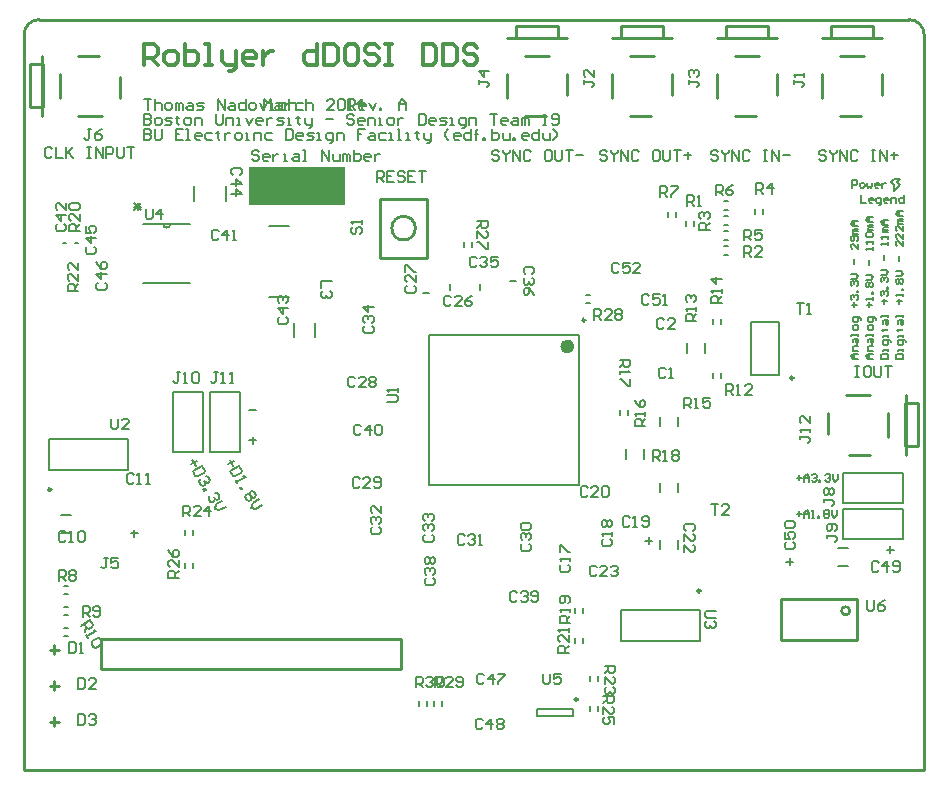
<source format=gto>
%FSLAX44Y44*%
%MOMM*%
G71*
G01*
G75*
G04 Layer_Color=65535*
%ADD10R,1.8034X1.1176*%
%ADD11R,5.3000X5.3000*%
%ADD12O,1.6500X0.2700*%
%ADD13O,0.2700X1.6500*%
%ADD14R,1.2700X1.2700*%
%ADD15R,0.7000X0.9000*%
%ADD16R,0.8000X0.9000*%
%ADD17R,0.9000X0.8000*%
%ADD18R,2.5400X1.6510*%
G04:AMPARAMS|DCode=19|XSize=1.651mm|YSize=2.54mm|CornerRadius=0.4128mm|HoleSize=0mm|Usage=FLASHONLY|Rotation=270.000|XOffset=0mm|YOffset=0mm|HoleType=Round|Shape=RoundedRectangle|*
%AMROUNDEDRECTD19*
21,1,1.6510,1.7145,0,0,270.0*
21,1,0.8255,2.5400,0,0,270.0*
1,1,0.8255,-0.8572,-0.4128*
1,1,0.8255,-0.8572,0.4128*
1,1,0.8255,0.8572,0.4128*
1,1,0.8255,0.8572,-0.4128*
%
%ADD19ROUNDEDRECTD19*%
%ADD20R,0.9000X0.7000*%
%ADD21R,1.7000X1.1000*%
%ADD22R,1.0000X2.7000*%
%ADD23R,3.2000X2.7000*%
%ADD24R,0.6096X0.5588*%
%ADD25R,2.6924X1.1176*%
%ADD26R,0.5588X0.6096*%
%ADD27R,2.0000X6.0000*%
%ADD28R,1.4000X1.1000*%
%ADD29R,1.1000X1.7000*%
%ADD30R,1.1000X1.4000*%
G04:AMPARAMS|DCode=31|XSize=1mm|YSize=1.55mm|CornerRadius=0.25mm|HoleSize=0mm|Usage=FLASHONLY|Rotation=270.000|XOffset=0mm|YOffset=0mm|HoleType=Round|Shape=RoundedRectangle|*
%AMROUNDEDRECTD31*
21,1,1.0000,1.0500,0,0,270.0*
21,1,0.5000,1.5500,0,0,270.0*
1,1,0.5000,-0.5250,-0.2500*
1,1,0.5000,-0.5250,0.2500*
1,1,0.5000,0.5250,0.2500*
1,1,0.5000,0.5250,-0.2500*
%
%ADD31ROUNDEDRECTD31*%
%ADD32R,1.5500X1.0000*%
%ADD33R,3.3000X1.8000*%
%ADD34R,1.0000X1.5000*%
G04:AMPARAMS|DCode=35|XSize=1mm|YSize=1.5mm|CornerRadius=0.25mm|HoleSize=0mm|Usage=FLASHONLY|Rotation=180.000|XOffset=0mm|YOffset=0mm|HoleType=Round|Shape=RoundedRectangle|*
%AMROUNDEDRECTD35*
21,1,1.0000,1.0000,0,0,180.0*
21,1,0.5000,1.5000,0,0,180.0*
1,1,0.5000,-0.2500,0.5000*
1,1,0.5000,0.2500,0.5000*
1,1,0.5000,0.2500,-0.5000*
1,1,0.5000,-0.2500,-0.5000*
%
%ADD35ROUNDEDRECTD35*%
%ADD36R,2.3876X3.0988*%
%ADD37R,1.9812X0.4608*%
%ADD38R,0.6000X0.8500*%
%ADD39C,0.2032*%
%ADD40C,0.3048*%
%ADD41C,1.2700*%
%ADD42C,0.4064*%
%ADD43C,0.4277*%
%ADD44C,0.3999*%
%ADD45C,0.4572*%
%ADD46C,0.7620*%
%ADD47C,0.6350*%
%ADD48C,0.2540*%
%ADD49R,6.8580X10.1600*%
%ADD50R,8.8900X8.8900*%
%ADD51R,12.7000X8.8900*%
%ADD52R,1.5240X1.5240*%
%ADD53C,1.5240*%
%ADD54C,1.8000*%
%ADD55C,1.7272*%
%ADD56C,2.4000*%
%ADD57C,1.5000*%
%ADD58R,1.5000X1.5000*%
%ADD59R,1.5000X1.5000*%
%ADD60C,0.6096*%
%ADD61C,0.6350*%
%ADD62C,0.6600*%
%ADD63C,1.0160*%
%ADD64C,1.0160*%
%ADD65C,0.3810*%
%ADD66R,4.5720X4.4450*%
%ADD67R,6.9850X1.7780*%
%ADD68C,2.0320*%
G04:AMPARAMS|DCode=69|XSize=2.524mm|YSize=2.524mm|CornerRadius=0mm|HoleSize=0mm|Usage=FLASHONLY|Rotation=0.000|XOffset=0mm|YOffset=0mm|HoleType=Round|Shape=Relief|Width=0.254mm|Gap=0.254mm|Entries=4|*
%AMTHD69*
7,0,0,2.5240,2.0160,0.2540,45*
%
%ADD69THD69*%
%ADD70C,2.0160*%
%ADD71C,2.0828*%
%ADD72C,2.8160*%
%ADD73C,1.9160*%
G04:AMPARAMS|DCode=74|XSize=2.424mm|YSize=2.424mm|CornerRadius=0mm|HoleSize=0mm|Usage=FLASHONLY|Rotation=0.000|XOffset=0mm|YOffset=0mm|HoleType=Round|Shape=Relief|Width=0.254mm|Gap=0.254mm|Entries=4|*
%AMTHD74*
7,0,0,2.4240,1.9160,0.2540,45*
%
%ADD74THD74*%
%ADD75C,1.3208*%
%ADD76C,1.3970*%
%ADD77C,1.3460*%
%ADD78R,4.4450X4.4450*%
G04:AMPARAMS|DCode=79|XSize=2.54mm|YSize=2.54mm|CornerRadius=0mm|HoleSize=0mm|Usage=FLASHONLY|Rotation=0.000|XOffset=0mm|YOffset=0mm|HoleType=Round|Shape=Relief|Width=0.254mm|Gap=0.254mm|Entries=4|*
%AMTHD79*
7,0,0,2.5400,2.0320,0.2540,45*
%
%ADD79THD79*%
G04:AMPARAMS|DCode=80|XSize=3.324mm|YSize=3.324mm|CornerRadius=0mm|HoleSize=0mm|Usage=FLASHONLY|Rotation=0.000|XOffset=0mm|YOffset=0mm|HoleType=Round|Shape=Relief|Width=0.254mm|Gap=0.254mm|Entries=4|*
%AMTHD80*
7,0,0,3.3240,2.8160,0.2540,45*
%
%ADD80THD80*%
%ADD81R,1.8000X0.7000*%
G04:AMPARAMS|DCode=82|XSize=0.7mm|YSize=1.8mm|CornerRadius=0.175mm|HoleSize=0mm|Usage=FLASHONLY|Rotation=90.000|XOffset=0mm|YOffset=0mm|HoleType=Round|Shape=RoundedRectangle|*
%AMROUNDEDRECTD82*
21,1,0.7000,1.4500,0,0,90.0*
21,1,0.3500,1.8000,0,0,90.0*
1,1,0.3500,0.7250,0.1750*
1,1,0.3500,0.7250,-0.1750*
1,1,0.3500,-0.7250,-0.1750*
1,1,0.3500,-0.7250,0.1750*
%
%ADD82ROUNDEDRECTD82*%
%ADD83O,1.8500X0.3500*%
%ADD84C,0.6000*%
%ADD85C,0.2500*%
%ADD86C,0.1524*%
%ADD87C,0.1270*%
%ADD88C,0.2000*%
%ADD89C,0.1778*%
%ADD90R,8.1280X3.3020*%
D40*
X292100Y792480D02*
Y809746D01*
X300733D01*
X303611Y806869D01*
Y801113D01*
X300733Y798235D01*
X292100D01*
X297855D02*
X303611Y792480D01*
X312244D02*
X318000D01*
X320877Y795358D01*
Y801113D01*
X318000Y803991D01*
X312244D01*
X309366Y801113D01*
Y795358D01*
X312244Y792480D01*
X326633Y809746D02*
Y792480D01*
X335266D01*
X338144Y795358D01*
Y798235D01*
Y801113D01*
X335266Y803991D01*
X326633D01*
X343899Y792480D02*
X349655D01*
X346777D01*
Y809746D01*
X343899D01*
X358288Y803991D02*
Y795358D01*
X361166Y792480D01*
X369799D01*
Y789602D01*
X366921Y786724D01*
X364043D01*
X369799Y792480D02*
Y803991D01*
X384188Y792480D02*
X378432D01*
X375554Y795358D01*
Y801113D01*
X378432Y803991D01*
X384188D01*
X387065Y801113D01*
Y798235D01*
X375554D01*
X392821Y803991D02*
Y792480D01*
Y798235D01*
X395699Y801113D01*
X398576Y803991D01*
X401454D01*
X438865Y809746D02*
Y792480D01*
X430231D01*
X427354Y795358D01*
Y801113D01*
X430231Y803991D01*
X438865D01*
X444620Y809746D02*
Y792480D01*
X453253D01*
X456131Y795358D01*
Y806869D01*
X453253Y809746D01*
X444620D01*
X470520D02*
X464764D01*
X461886Y806869D01*
Y795358D01*
X464764Y792480D01*
X470520D01*
X473397Y795358D01*
Y806869D01*
X470520Y809746D01*
X490664Y806869D02*
X487786Y809746D01*
X482031D01*
X479153Y806869D01*
Y803991D01*
X482031Y801113D01*
X487786D01*
X490664Y798235D01*
Y795358D01*
X487786Y792480D01*
X482031D01*
X479153Y795358D01*
X496419Y809746D02*
X502175D01*
X499297D01*
Y792480D01*
X496419D01*
X502175D01*
X528074Y809746D02*
Y792480D01*
X536707D01*
X539585Y795358D01*
Y806869D01*
X536707Y809746D01*
X528074D01*
X545341D02*
Y792480D01*
X553974D01*
X556852Y795358D01*
Y806869D01*
X553974Y809746D01*
X545341D01*
X574118Y806869D02*
X571240Y809746D01*
X565485D01*
X562607Y806869D01*
Y803991D01*
X565485Y801113D01*
X571240D01*
X574118Y798235D01*
Y795358D01*
X571240Y792480D01*
X565485D01*
X562607Y795358D01*
D48*
X521810Y654050D02*
G03*
X521810Y654050I-10000J0D01*
G01*
X889635Y330080D02*
G03*
X889635Y330080I-3535J0D01*
G01*
X215900Y232410D02*
Y240030D01*
X212090Y236220D02*
X219710D01*
X215900Y293370D02*
Y300990D01*
X212090Y297180D02*
X219710D01*
X215900Y262890D02*
Y270510D01*
X212090Y266700D02*
X219710D01*
X255270Y280670D02*
Y306070D01*
X509270D01*
X255270Y280670D02*
X509270D01*
Y306070D01*
X531810Y629050D02*
Y679050D01*
X491810D02*
X531810D01*
X491810Y629050D02*
Y679050D01*
Y629050D02*
X531810D01*
X936620Y505680D02*
X947420D01*
Y469680D02*
Y505680D01*
X936620Y469680D02*
Y505680D01*
X922020Y477520D02*
Y497840D01*
X889000Y462280D02*
X906780D01*
X871220Y480060D02*
Y497840D01*
X886460Y513080D02*
X906780D01*
X937260Y462280D02*
Y513080D01*
Y462280D02*
Y513080D01*
X936620Y469680D02*
X947420D01*
X195580Y756700D02*
X206380D01*
X195580D02*
Y792700D01*
X206380Y756700D02*
Y792700D01*
X220980Y764540D02*
Y784860D01*
X236220Y800100D02*
X254000D01*
X271780Y764540D02*
Y782320D01*
X236220Y749300D02*
X256540D01*
X205740D02*
Y800100D01*
Y749300D02*
Y800100D01*
X195580Y792700D02*
X206380D01*
X642840Y814700D02*
Y825500D01*
X599440Y815340D02*
X650240D01*
X599440D02*
X650240D01*
X599440Y764540D02*
Y784860D01*
X614680Y749300D02*
X632460D01*
X650240Y767080D02*
Y784860D01*
X614680Y800100D02*
X635000D01*
X606840Y814700D02*
X642840D01*
X606840Y825500D02*
X642840D01*
X606840Y814700D02*
Y825500D01*
X731740Y814700D02*
Y825500D01*
X688340Y815340D02*
X739140D01*
X688340D02*
X739140D01*
X688340Y764540D02*
Y784860D01*
X703580Y749300D02*
X721360D01*
X739140Y767080D02*
Y784860D01*
X703580Y800100D02*
X723900D01*
X695740Y814700D02*
X731740D01*
X695740Y825500D02*
X731740D01*
X695740Y814700D02*
Y825500D01*
X820640Y814700D02*
Y825500D01*
X777240Y815340D02*
X828040D01*
X777240D02*
X828040D01*
X777240Y764540D02*
Y784860D01*
X792480Y749300D02*
X810260D01*
X828040Y767080D02*
Y784860D01*
X792480Y800100D02*
X812800D01*
X784640Y814700D02*
X820640D01*
X784640Y825500D02*
X820640D01*
X784640Y814700D02*
Y825500D01*
X909540Y814700D02*
Y825500D01*
X866140Y815340D02*
X916940D01*
X866140D02*
X916940D01*
X866140Y764540D02*
Y784860D01*
X881380Y749300D02*
X899160D01*
X916940Y767080D02*
Y784860D01*
X881380Y800100D02*
X901700D01*
X873540Y814700D02*
X909540D01*
X873540Y825500D02*
X909540D01*
X873540Y814700D02*
Y825500D01*
X831100Y305080D02*
X896100D01*
Y340080D01*
X831100D02*
X896100D01*
X831100Y305080D02*
Y340080D01*
X952500Y817880D02*
G03*
X939800Y830580I-12700J0D01*
G01*
X203200D02*
G03*
X190500Y817880I0J-12700D01*
G01*
X203200Y830580D02*
X939800D01*
X952500Y195580D02*
Y817880D01*
X190500Y195580D02*
Y817880D01*
Y195580D02*
X952500D01*
D84*
X653400Y553880D02*
G03*
X653400Y553880I-3000J0D01*
G01*
D85*
X665650Y576130D02*
G03*
X665650Y576130I-1250J0D01*
G01*
X213360Y432780D02*
G03*
X213360Y432780I-1250J0D01*
G01*
X763230Y347000D02*
G03*
X763230Y347000I-1250J0D01*
G01*
X841880Y527200D02*
G03*
X841880Y527200I-1250J0D01*
G01*
X659330Y255090D02*
G03*
X659330Y255090I-1250J0D01*
G01*
D86*
X308102Y657479D02*
G03*
X314198Y657479I3048J0D01*
G01*
X437007Y561619D02*
Y573761D01*
X418973Y561619D02*
Y573761D01*
X361442Y677189D02*
Y689331D01*
X334518Y677189D02*
Y689331D01*
X398227Y596110D02*
X414573D01*
X398227Y656110D02*
X414573D01*
X291211Y657479D02*
X331089D01*
X291211Y607441D02*
X331089D01*
X904240Y339087D02*
Y331681D01*
X905721Y330200D01*
X908684D01*
X910165Y331681D01*
Y339087D01*
X919052D02*
X916089Y337606D01*
X913127Y334644D01*
Y331681D01*
X914608Y330200D01*
X917571D01*
X919052Y331681D01*
Y333162D01*
X917571Y334644D01*
X913127D01*
X629920Y276857D02*
Y269451D01*
X631401Y267970D01*
X634364D01*
X635845Y269451D01*
Y276857D01*
X644732D02*
X638807D01*
Y272414D01*
X641769Y273895D01*
X643251D01*
X644732Y272414D01*
Y269451D01*
X643251Y267970D01*
X640288D01*
X638807Y269451D01*
X775967Y330200D02*
X768561D01*
X767080Y328719D01*
Y325756D01*
X768561Y324275D01*
X775967D01*
X774486Y321313D02*
X775967Y319832D01*
Y316869D01*
X774486Y315388D01*
X773005D01*
X771524Y316869D01*
Y318351D01*
Y316869D01*
X770042Y315388D01*
X768561D01*
X767080Y316869D01*
Y319832D01*
X768561Y321313D01*
X264160Y492757D02*
Y485351D01*
X265641Y483870D01*
X268604D01*
X270085Y485351D01*
Y492757D01*
X278972Y483870D02*
X273047D01*
X278972Y489795D01*
Y491276D01*
X277491Y492757D01*
X274528D01*
X273047Y491276D01*
X497843Y506730D02*
X505249D01*
X506730Y508211D01*
Y511174D01*
X505249Y512655D01*
X497843D01*
X506730Y515617D02*
Y518579D01*
Y517098D01*
X497843D01*
X499324Y515617D01*
X772160Y420367D02*
X778085D01*
X775122D01*
Y411480D01*
X786972D02*
X781047D01*
X786972Y417405D01*
Y418886D01*
X785491Y420367D01*
X782528D01*
X781047Y418886D01*
X844550Y590547D02*
X850475D01*
X847512D01*
Y581660D01*
X853437D02*
X856400D01*
X854918D01*
Y590547D01*
X853437Y589066D01*
X468844Y654895D02*
X467363Y653414D01*
Y650451D01*
X468844Y648970D01*
X470325D01*
X471806Y650451D01*
Y653414D01*
X473288Y654895D01*
X474769D01*
X476250Y653414D01*
Y650451D01*
X474769Y648970D01*
X476250Y657857D02*
Y660819D01*
Y659338D01*
X467363D01*
X468844Y657857D01*
X673100Y576580D02*
Y585467D01*
X677544D01*
X679025Y583986D01*
Y581024D01*
X677544Y579542D01*
X673100D01*
X676062D02*
X679025Y576580D01*
X687912D02*
X681987D01*
X687912Y582505D01*
Y583986D01*
X686431Y585467D01*
X683468D01*
X681987Y583986D01*
X690874D02*
X692355Y585467D01*
X695318D01*
X696799Y583986D01*
Y582505D01*
X695318Y581024D01*
X696799Y579542D01*
Y578061D01*
X695318Y576580D01*
X692355D01*
X690874Y578061D01*
Y579542D01*
X692355Y581024D01*
X690874Y582505D01*
Y583986D01*
X692355Y581024D02*
X695318D01*
X574040Y660400D02*
X582927D01*
Y655956D01*
X581446Y654475D01*
X578484D01*
X577002Y655956D01*
Y660400D01*
Y657438D02*
X574040Y654475D01*
Y645588D02*
Y651513D01*
X579965Y645588D01*
X581446D01*
X582927Y647069D01*
Y650032D01*
X581446Y651513D01*
X582927Y642626D02*
Y636701D01*
X581446D01*
X575521Y642626D01*
X574040D01*
X321310Y358140D02*
X312423D01*
Y362584D01*
X313904Y364065D01*
X316866D01*
X318348Y362584D01*
Y358140D01*
Y361102D02*
X321310Y364065D01*
Y372952D02*
Y367027D01*
X315385Y372952D01*
X313904D01*
X312423Y371471D01*
Y368508D01*
X313904Y367027D01*
X312423Y381839D02*
X313904Y378877D01*
X316866Y375914D01*
X319829D01*
X321310Y377395D01*
Y380358D01*
X319829Y381839D01*
X318348D01*
X316866Y380358D01*
Y375914D01*
X680720Y257810D02*
X689607D01*
Y253366D01*
X688126Y251885D01*
X685164D01*
X683682Y253366D01*
Y257810D01*
Y254848D02*
X680720Y251885D01*
Y242998D02*
Y248923D01*
X686645Y242998D01*
X688126D01*
X689607Y244479D01*
Y247442D01*
X688126Y248923D01*
X689607Y234111D02*
Y240036D01*
X685164D01*
X686645Y237073D01*
Y235592D01*
X685164Y234111D01*
X682201D01*
X680720Y235592D01*
Y238555D01*
X682201Y240036D01*
X325120Y410210D02*
Y419097D01*
X329564D01*
X331045Y417616D01*
Y414654D01*
X329564Y413172D01*
X325120D01*
X328082D02*
X331045Y410210D01*
X339932D02*
X334007D01*
X339932Y416135D01*
Y417616D01*
X338451Y419097D01*
X335488D01*
X334007Y417616D01*
X347338Y410210D02*
Y419097D01*
X342894Y414654D01*
X348819D01*
X681990Y283210D02*
X690877D01*
Y278766D01*
X689396Y277285D01*
X686434D01*
X684952Y278766D01*
Y283210D01*
Y280248D02*
X681990Y277285D01*
Y268398D02*
Y274323D01*
X687915Y268398D01*
X689396D01*
X690877Y269879D01*
Y272842D01*
X689396Y274323D01*
Y265436D02*
X690877Y263955D01*
Y260992D01*
X689396Y259511D01*
X687915D01*
X686434Y260992D01*
Y262473D01*
Y260992D01*
X684952Y259511D01*
X683471D01*
X681990Y260992D01*
Y263955D01*
X683471Y265436D01*
X236220Y600710D02*
X227333D01*
Y605154D01*
X228814Y606635D01*
X231776D01*
X233258Y605154D01*
Y600710D01*
Y603672D02*
X236220Y606635D01*
Y615522D02*
Y609597D01*
X230295Y615522D01*
X228814D01*
X227333Y614041D01*
Y611078D01*
X228814Y609597D01*
X236220Y624409D02*
Y618484D01*
X230295Y624409D01*
X228814D01*
X227333Y622928D01*
Y619965D01*
X228814Y618484D01*
X651510Y294640D02*
X642623D01*
Y299084D01*
X644104Y300565D01*
X647066D01*
X648548Y299084D01*
Y294640D01*
Y297602D02*
X651510Y300565D01*
Y309452D02*
Y303527D01*
X645585Y309452D01*
X644104D01*
X642623Y307971D01*
Y305008D01*
X644104Y303527D01*
X651510Y312414D02*
Y315377D01*
Y313895D01*
X642623D01*
X644104Y312414D01*
X237490Y651510D02*
X228603D01*
Y655954D01*
X230084Y657435D01*
X233046D01*
X234528Y655954D01*
Y651510D01*
Y654472D02*
X237490Y657435D01*
Y666322D02*
Y660397D01*
X231565Y666322D01*
X230084D01*
X228603Y664841D01*
Y661878D01*
X230084Y660397D01*
Y669284D02*
X228603Y670765D01*
Y673728D01*
X230084Y675209D01*
X236009D01*
X237490Y673728D01*
Y670765D01*
X236009Y669284D01*
X230084D01*
X652780Y320040D02*
X643893D01*
Y324484D01*
X645374Y325965D01*
X648336D01*
X649818Y324484D01*
Y320040D01*
Y323002D02*
X652780Y325965D01*
Y328927D02*
Y331889D01*
Y330408D01*
X643893D01*
X645374Y328927D01*
X651299Y336333D02*
X652780Y337814D01*
Y340777D01*
X651299Y342258D01*
X645374D01*
X643893Y340777D01*
Y337814D01*
X645374Y336333D01*
X646855D01*
X648336Y337814D01*
Y342258D01*
X722630Y457200D02*
Y466087D01*
X727074D01*
X728555Y464606D01*
Y461644D01*
X727074Y460162D01*
X722630D01*
X725592D02*
X728555Y457200D01*
X731517D02*
X734480D01*
X732998D01*
Y466087D01*
X731517Y464606D01*
X738923D02*
X740404Y466087D01*
X743367D01*
X744848Y464606D01*
Y463125D01*
X743367Y461644D01*
X744848Y460162D01*
Y458681D01*
X743367Y457200D01*
X740404D01*
X738923Y458681D01*
Y460162D01*
X740404Y461644D01*
X738923Y463125D01*
Y464606D01*
X740404Y461644D02*
X743367D01*
X694690Y542290D02*
X703577D01*
Y537846D01*
X702096Y536365D01*
X699134D01*
X697652Y537846D01*
Y542290D01*
Y539328D02*
X694690Y536365D01*
Y533403D02*
Y530440D01*
Y531922D01*
X703577D01*
X702096Y533403D01*
X703577Y525997D02*
Y520072D01*
X702096D01*
X696171Y525997D01*
X694690D01*
X716280Y486410D02*
X707393D01*
Y490854D01*
X708874Y492335D01*
X711836D01*
X713318Y490854D01*
Y486410D01*
Y489372D02*
X716280Y492335D01*
Y495297D02*
Y498260D01*
Y496778D01*
X707393D01*
X708874Y495297D01*
X707393Y508628D02*
X708874Y505665D01*
X711836Y502703D01*
X714799D01*
X716280Y504184D01*
Y507147D01*
X714799Y508628D01*
X713318D01*
X711836Y507147D01*
Y502703D01*
X749300Y501650D02*
Y510537D01*
X753744D01*
X755225Y509056D01*
Y506094D01*
X753744Y504612D01*
X749300D01*
X752262D02*
X755225Y501650D01*
X758187D02*
X761150D01*
X759668D01*
Y510537D01*
X758187Y509056D01*
X771518Y510537D02*
X765593D01*
Y506094D01*
X768555Y507575D01*
X770037D01*
X771518Y506094D01*
Y503131D01*
X770037Y501650D01*
X767074D01*
X765593Y503131D01*
X781050Y590550D02*
X772163D01*
Y594994D01*
X773644Y596475D01*
X776606D01*
X778088Y594994D01*
Y590550D01*
Y593512D02*
X781050Y596475D01*
Y599437D02*
Y602399D01*
Y600918D01*
X772163D01*
X773644Y599437D01*
X781050Y611287D02*
X772163D01*
X776606Y606843D01*
Y612768D01*
X759460Y575310D02*
X750573D01*
Y579754D01*
X752054Y581235D01*
X755016D01*
X756498Y579754D01*
Y575310D01*
Y578272D02*
X759460Y581235D01*
Y584197D02*
Y587160D01*
Y585678D01*
X750573D01*
X752054Y584197D01*
Y591603D02*
X750573Y593084D01*
Y596047D01*
X752054Y597528D01*
X753535D01*
X755016Y596047D01*
Y594565D01*
Y596047D01*
X756498Y597528D01*
X757979D01*
X759460Y596047D01*
Y593084D01*
X757979Y591603D01*
X784860Y513080D02*
Y521967D01*
X789304D01*
X790785Y520486D01*
Y517524D01*
X789304Y516042D01*
X784860D01*
X787822D02*
X790785Y513080D01*
X793747D02*
X796710D01*
X795228D01*
Y521967D01*
X793747Y520486D01*
X807078Y513080D02*
X801153D01*
X807078Y519005D01*
Y520486D01*
X805597Y521967D01*
X802634D01*
X801153Y520486D01*
X238760Y317500D02*
X246457Y321944D01*
X248678Y318095D01*
X248136Y316072D01*
X245571Y314591D01*
X243547Y315133D01*
X241325Y318981D01*
X242807Y316416D02*
X241722Y312369D01*
X243204Y309804D02*
X244685Y307238D01*
X243944Y308521D01*
X251641Y312964D01*
X249617Y313507D01*
X253320Y307093D02*
X255344Y306551D01*
X256825Y303985D01*
X256283Y301962D01*
X251152Y298999D01*
X249128Y299542D01*
X247647Y302107D01*
X248189Y304130D01*
X253320Y307093D01*
X240030Y325120D02*
Y334007D01*
X244474D01*
X245955Y332526D01*
Y329564D01*
X244474Y328082D01*
X240030D01*
X242992D02*
X245955Y325120D01*
X248917Y326601D02*
X250398Y325120D01*
X253361D01*
X254842Y326601D01*
Y332526D01*
X253361Y334007D01*
X250398D01*
X248917Y332526D01*
Y331045D01*
X250398Y329564D01*
X254842D01*
X219710Y355600D02*
Y364487D01*
X224154D01*
X225635Y363006D01*
Y360044D01*
X224154Y358562D01*
X219710D01*
X222672D02*
X225635Y355600D01*
X228597Y363006D02*
X230078Y364487D01*
X233041D01*
X234522Y363006D01*
Y361525D01*
X233041Y360044D01*
X234522Y358562D01*
Y357081D01*
X233041Y355600D01*
X230078D01*
X228597Y357081D01*
Y358562D01*
X230078Y360044D01*
X228597Y361525D01*
Y363006D01*
X230078Y360044D02*
X233041D01*
X728980Y680720D02*
Y689607D01*
X733424D01*
X734905Y688126D01*
Y685164D01*
X733424Y683682D01*
X728980D01*
X731942D02*
X734905Y680720D01*
X737867Y689607D02*
X743792D01*
Y688126D01*
X737867Y682201D01*
Y680720D01*
X775970Y681990D02*
Y690877D01*
X780414D01*
X781895Y689396D01*
Y686434D01*
X780414Y684952D01*
X775970D01*
X778932D02*
X781895Y681990D01*
X790782Y690877D02*
X787820Y689396D01*
X784857Y686434D01*
Y683471D01*
X786338Y681990D01*
X789301D01*
X790782Y683471D01*
Y684952D01*
X789301Y686434D01*
X784857D01*
X800100Y643890D02*
Y652777D01*
X804544D01*
X806025Y651296D01*
Y648334D01*
X804544Y646852D01*
X800100D01*
X803062D02*
X806025Y643890D01*
X814912Y652777D02*
X808987D01*
Y648334D01*
X811949Y649815D01*
X813431D01*
X814912Y648334D01*
Y645371D01*
X813431Y643890D01*
X810468D01*
X808987Y645371D01*
X810260Y683260D02*
Y692147D01*
X814704D01*
X816185Y690666D01*
Y687704D01*
X814704Y686222D01*
X810260D01*
X813222D02*
X816185Y683260D01*
X823591D02*
Y692147D01*
X819147Y687704D01*
X825072D01*
X770890Y652780D02*
X762003D01*
Y657224D01*
X763484Y658705D01*
X766446D01*
X767928Y657224D01*
Y652780D01*
Y655742D02*
X770890Y658705D01*
X763484Y661667D02*
X762003Y663148D01*
Y666111D01*
X763484Y667592D01*
X764965D01*
X766446Y666111D01*
Y664630D01*
Y666111D01*
X767928Y667592D01*
X769409D01*
X770890Y666111D01*
Y663148D01*
X769409Y661667D01*
X800100Y629920D02*
Y638807D01*
X804544D01*
X806025Y637326D01*
Y634364D01*
X804544Y632882D01*
X800100D01*
X803062D02*
X806025Y629920D01*
X814912D02*
X808987D01*
X814912Y635845D01*
Y637326D01*
X813431Y638807D01*
X810468D01*
X808987Y637326D01*
X751840Y673100D02*
Y681987D01*
X756284D01*
X757765Y680506D01*
Y677544D01*
X756284Y676062D01*
X751840D01*
X754802D02*
X757765Y673100D01*
X760727D02*
X763689D01*
X762208D01*
Y681987D01*
X760727Y680506D01*
X450847Y609600D02*
X441960D01*
Y603675D01*
X449366Y600713D02*
X450847Y599232D01*
Y596269D01*
X449366Y594788D01*
X447885D01*
X446404Y596269D01*
Y597751D01*
Y596269D01*
X444922Y594788D01*
X443441D01*
X441960Y596269D01*
Y599232D01*
X443441Y600713D01*
X847093Y478365D02*
Y475402D01*
Y476884D01*
X854499D01*
X855980Y475402D01*
Y473921D01*
X854499Y472440D01*
X855980Y481327D02*
Y484290D01*
Y482808D01*
X847093D01*
X848574Y481327D01*
X855980Y494658D02*
Y488733D01*
X850055Y494658D01*
X848574D01*
X847093Y493177D01*
Y490214D01*
X848574Y488733D01*
X247225Y737867D02*
X244262D01*
X245744D01*
Y730461D01*
X244262Y728980D01*
X242781D01*
X241300Y730461D01*
X256112Y737867D02*
X253150Y736386D01*
X250187Y733424D01*
Y730461D01*
X251668Y728980D01*
X254631D01*
X256112Y730461D01*
Y731942D01*
X254631Y733424D01*
X250187D01*
X261449Y374901D02*
X258486D01*
X259968D01*
Y367495D01*
X258486Y366014D01*
X257005D01*
X255524Y367495D01*
X270336Y374901D02*
X264411D01*
Y370458D01*
X267374Y371939D01*
X268855D01*
X270336Y370458D01*
Y367495D01*
X268855Y366014D01*
X265892D01*
X264411Y367495D01*
X236220Y242567D02*
Y233680D01*
X240664D01*
X242145Y235161D01*
Y241086D01*
X240664Y242567D01*
X236220D01*
X245107Y241086D02*
X246588Y242567D01*
X249551D01*
X251032Y241086D01*
Y239605D01*
X249551Y238124D01*
X248069D01*
X249551D01*
X251032Y236642D01*
Y235161D01*
X249551Y233680D01*
X246588D01*
X245107Y235161D01*
X236220Y273047D02*
Y264160D01*
X240664D01*
X242145Y265641D01*
Y271566D01*
X240664Y273047D01*
X236220D01*
X251032Y264160D02*
X245107D01*
X251032Y270085D01*
Y271566D01*
X249551Y273047D01*
X246588D01*
X245107Y271566D01*
X228600Y303527D02*
Y294640D01*
X233044D01*
X234525Y296121D01*
Y302046D01*
X233044Y303527D01*
X228600D01*
X237487Y294640D02*
X240450D01*
X238968D01*
Y303527D01*
X237487Y302046D01*
X694265Y623356D02*
X692784Y624837D01*
X689821D01*
X688340Y623356D01*
Y617431D01*
X689821Y615950D01*
X692784D01*
X694265Y617431D01*
X703152Y624837D02*
X697227D01*
Y620394D01*
X700190Y621875D01*
X701671D01*
X703152Y620394D01*
Y617431D01*
X701671Y615950D01*
X698708D01*
X697227Y617431D01*
X712039Y615950D02*
X706114D01*
X712039Y621875D01*
Y623356D01*
X710558Y624837D01*
X707595D01*
X706114Y623356D01*
X719665Y596686D02*
X718184Y598167D01*
X715221D01*
X713740Y596686D01*
Y590761D01*
X715221Y589280D01*
X718184D01*
X719665Y590761D01*
X728552Y598167D02*
X722627D01*
Y593724D01*
X725590Y595205D01*
X727071D01*
X728552Y593724D01*
Y590761D01*
X727071Y589280D01*
X724108D01*
X722627Y590761D01*
X731514Y589280D02*
X734477D01*
X732995D01*
Y598167D01*
X731514Y596686D01*
X835874Y388195D02*
X834393Y386714D01*
Y383751D01*
X835874Y382270D01*
X841799D01*
X843280Y383751D01*
Y386714D01*
X841799Y388195D01*
X834393Y397082D02*
Y391157D01*
X838836D01*
X837355Y394119D01*
Y395601D01*
X838836Y397082D01*
X841799D01*
X843280Y395601D01*
Y392638D01*
X841799Y391157D01*
X835874Y400044D02*
X834393Y401525D01*
Y404488D01*
X835874Y405969D01*
X841799D01*
X843280Y404488D01*
Y401525D01*
X841799Y400044D01*
X835874D01*
X913975Y370626D02*
X912494Y372107D01*
X909531D01*
X908050Y370626D01*
Y364701D01*
X909531Y363220D01*
X912494D01*
X913975Y364701D01*
X921381Y363220D02*
Y372107D01*
X916937Y367664D01*
X922862D01*
X925824Y364701D02*
X927305Y363220D01*
X930268D01*
X931749Y364701D01*
Y370626D01*
X930268Y372107D01*
X927305D01*
X925824Y370626D01*
Y369145D01*
X927305Y367664D01*
X931749D01*
X578695Y237276D02*
X577214Y238757D01*
X574251D01*
X572770Y237276D01*
Y231351D01*
X574251Y229870D01*
X577214D01*
X578695Y231351D01*
X586101Y229870D02*
Y238757D01*
X581657Y234314D01*
X587582D01*
X590544Y237276D02*
X592025Y238757D01*
X594988D01*
X596469Y237276D01*
Y235795D01*
X594988Y234314D01*
X596469Y232832D01*
Y231351D01*
X594988Y229870D01*
X592025D01*
X590544Y231351D01*
Y232832D01*
X592025Y234314D01*
X590544Y235795D01*
Y237276D01*
X592025Y234314D02*
X594988D01*
X579965Y275376D02*
X578484Y276857D01*
X575521D01*
X574040Y275376D01*
Y269451D01*
X575521Y267970D01*
X578484D01*
X579965Y269451D01*
X587371Y267970D02*
Y276857D01*
X582927Y272414D01*
X588852D01*
X591814Y276857D02*
X597739D01*
Y275376D01*
X591814Y269451D01*
Y267970D01*
X252944Y607905D02*
X251463Y606424D01*
Y603461D01*
X252944Y601980D01*
X258869D01*
X260350Y603461D01*
Y606424D01*
X258869Y607905D01*
X260350Y615311D02*
X251463D01*
X255906Y610867D01*
Y616792D01*
X251463Y625679D02*
X252944Y622717D01*
X255906Y619754D01*
X258869D01*
X260350Y621235D01*
Y624198D01*
X258869Y625679D01*
X257388D01*
X255906Y624198D01*
Y619754D01*
X244054Y638385D02*
X242573Y636904D01*
Y633941D01*
X244054Y632460D01*
X249979D01*
X251460Y633941D01*
Y636904D01*
X249979Y638385D01*
X251460Y645791D02*
X242573D01*
X247016Y641347D01*
Y647272D01*
X242573Y656159D02*
Y650234D01*
X247016D01*
X245535Y653197D01*
Y654678D01*
X247016Y656159D01*
X249979D01*
X251460Y654678D01*
Y651715D01*
X249979Y650234D01*
X373166Y698925D02*
X374647Y700406D01*
Y703369D01*
X373166Y704850D01*
X367241D01*
X365760Y703369D01*
Y700406D01*
X367241Y698925D01*
X365760Y691519D02*
X374647D01*
X370204Y695963D01*
Y690038D01*
X365760Y682632D02*
X374647D01*
X370204Y687076D01*
Y681151D01*
X406614Y578695D02*
X405133Y577214D01*
Y574251D01*
X406614Y572770D01*
X412539D01*
X414020Y574251D01*
Y577214D01*
X412539Y578695D01*
X414020Y586101D02*
X405133D01*
X409576Y581657D01*
Y587582D01*
X406614Y590544D02*
X405133Y592025D01*
Y594988D01*
X406614Y596469D01*
X408095D01*
X409576Y594988D01*
Y593507D01*
Y594988D01*
X411058Y596469D01*
X412539D01*
X414020Y594988D01*
Y592025D01*
X412539Y590544D01*
X218654Y657435D02*
X217173Y655954D01*
Y652991D01*
X218654Y651510D01*
X224579D01*
X226060Y652991D01*
Y655954D01*
X224579Y657435D01*
X226060Y664841D02*
X217173D01*
X221616Y660397D01*
Y666322D01*
X226060Y675209D02*
Y669284D01*
X220135Y675209D01*
X218654D01*
X217173Y673728D01*
Y670765D01*
X218654Y669284D01*
X355175Y651296D02*
X353694Y652777D01*
X350731D01*
X349250Y651296D01*
Y645371D01*
X350731Y643890D01*
X353694D01*
X355175Y645371D01*
X362581Y643890D02*
Y652777D01*
X358137Y648334D01*
X364062D01*
X367024Y643890D02*
X369987D01*
X368505D01*
Y652777D01*
X367024Y651296D01*
X475825Y486196D02*
X474344Y487677D01*
X471381D01*
X469900Y486196D01*
Y480271D01*
X471381Y478790D01*
X474344D01*
X475825Y480271D01*
X483231Y478790D02*
Y487677D01*
X478787Y483234D01*
X484712D01*
X487674Y486196D02*
X489155Y487677D01*
X492118D01*
X493599Y486196D01*
Y480271D01*
X492118Y478790D01*
X489155D01*
X487674Y480271D01*
Y486196D01*
X607905Y345226D02*
X606424Y346707D01*
X603461D01*
X601980Y345226D01*
Y339301D01*
X603461Y337820D01*
X606424D01*
X607905Y339301D01*
X610867Y345226D02*
X612348Y346707D01*
X615311D01*
X616792Y345226D01*
Y343745D01*
X615311Y342264D01*
X613829D01*
X615311D01*
X616792Y340782D01*
Y339301D01*
X615311Y337820D01*
X612348D01*
X610867Y339301D01*
X619754D02*
X621235Y337820D01*
X624198D01*
X625679Y339301D01*
Y345226D01*
X624198Y346707D01*
X621235D01*
X619754Y345226D01*
Y343745D01*
X621235Y342264D01*
X625679D01*
X531074Y357715D02*
X529593Y356234D01*
Y353271D01*
X531074Y351790D01*
X536999D01*
X538480Y353271D01*
Y356234D01*
X536999Y357715D01*
X531074Y360677D02*
X529593Y362158D01*
Y365121D01*
X531074Y366602D01*
X532555D01*
X534036Y365121D01*
Y363639D01*
Y365121D01*
X535518Y366602D01*
X536999D01*
X538480Y365121D01*
Y362158D01*
X536999Y360677D01*
X531074Y369564D02*
X529593Y371045D01*
Y374008D01*
X531074Y375489D01*
X532555D01*
X534036Y374008D01*
X535518Y375489D01*
X536999D01*
X538480Y374008D01*
Y371045D01*
X536999Y369564D01*
X535518D01*
X534036Y371045D01*
X532555Y369564D01*
X531074D01*
X534036Y371045D02*
Y374008D01*
X620816Y615105D02*
X622297Y616586D01*
Y619549D01*
X620816Y621030D01*
X614891D01*
X613410Y619549D01*
Y616586D01*
X614891Y615105D01*
X620816Y612143D02*
X622297Y610662D01*
Y607699D01*
X620816Y606218D01*
X619335D01*
X617854Y607699D01*
Y609180D01*
Y607699D01*
X616372Y606218D01*
X614891D01*
X613410Y607699D01*
Y610662D01*
X614891Y612143D01*
X622297Y597331D02*
X620816Y600293D01*
X617854Y603256D01*
X614891D01*
X613410Y601775D01*
Y598812D01*
X614891Y597331D01*
X616372D01*
X617854Y598812D01*
Y603256D01*
X573615Y628436D02*
X572134Y629917D01*
X569171D01*
X567690Y628436D01*
Y622511D01*
X569171Y621030D01*
X572134D01*
X573615Y622511D01*
X576577Y628436D02*
X578058Y629917D01*
X581021D01*
X582502Y628436D01*
Y626955D01*
X581021Y625474D01*
X579539D01*
X581021D01*
X582502Y623992D01*
Y622511D01*
X581021Y621030D01*
X578058D01*
X576577Y622511D01*
X591389Y629917D02*
X585464D01*
Y625474D01*
X588427Y626955D01*
X589908D01*
X591389Y625474D01*
Y622511D01*
X589908Y621030D01*
X586945D01*
X585464Y622511D01*
X479004Y571075D02*
X477523Y569594D01*
Y566631D01*
X479004Y565150D01*
X484929D01*
X486410Y566631D01*
Y569594D01*
X484929Y571075D01*
X479004Y574037D02*
X477523Y575518D01*
Y578481D01*
X479004Y579962D01*
X480485D01*
X481966Y578481D01*
Y577000D01*
Y578481D01*
X483448Y579962D01*
X484929D01*
X486410Y578481D01*
Y575518D01*
X484929Y574037D01*
X486410Y587368D02*
X477523D01*
X481966Y582924D01*
Y588849D01*
X529804Y394545D02*
X528323Y393064D01*
Y390101D01*
X529804Y388620D01*
X535729D01*
X537210Y390101D01*
Y393064D01*
X535729Y394545D01*
X529804Y397507D02*
X528323Y398988D01*
Y401951D01*
X529804Y403432D01*
X531285D01*
X532766Y401951D01*
Y400470D01*
Y401951D01*
X534248Y403432D01*
X535729D01*
X537210Y401951D01*
Y398988D01*
X535729Y397507D01*
X529804Y406394D02*
X528323Y407875D01*
Y410838D01*
X529804Y412319D01*
X531285D01*
X532766Y410838D01*
Y409357D01*
Y410838D01*
X534248Y412319D01*
X535729D01*
X537210Y410838D01*
Y407875D01*
X535729Y406394D01*
X485354Y400895D02*
X483873Y399414D01*
Y396451D01*
X485354Y394970D01*
X491279D01*
X492760Y396451D01*
Y399414D01*
X491279Y400895D01*
X485354Y403857D02*
X483873Y405338D01*
Y408301D01*
X485354Y409782D01*
X486835D01*
X488316Y408301D01*
Y406819D01*
Y408301D01*
X489798Y409782D01*
X491279D01*
X492760Y408301D01*
Y405338D01*
X491279Y403857D01*
X492760Y418669D02*
Y412744D01*
X486835Y418669D01*
X485354D01*
X483873Y417188D01*
Y414225D01*
X485354Y412744D01*
X563455Y393486D02*
X561974Y394967D01*
X559011D01*
X557530Y393486D01*
Y387561D01*
X559011Y386080D01*
X561974D01*
X563455Y387561D01*
X566417Y393486D02*
X567898Y394967D01*
X570861D01*
X572342Y393486D01*
Y392005D01*
X570861Y390524D01*
X569380D01*
X570861D01*
X572342Y389042D01*
Y387561D01*
X570861Y386080D01*
X567898D01*
X566417Y387561D01*
X575304Y386080D02*
X578267D01*
X576785D01*
Y394967D01*
X575304Y393486D01*
X612354Y386925D02*
X610873Y385444D01*
Y382481D01*
X612354Y381000D01*
X618279D01*
X619760Y382481D01*
Y385444D01*
X618279Y386925D01*
X612354Y389887D02*
X610873Y391368D01*
Y394331D01*
X612354Y395812D01*
X613835D01*
X615316Y394331D01*
Y392850D01*
Y394331D01*
X616798Y395812D01*
X618279D01*
X619760Y394331D01*
Y391368D01*
X618279Y389887D01*
X612354Y398774D02*
X610873Y400255D01*
Y403218D01*
X612354Y404699D01*
X618279D01*
X619760Y403218D01*
Y400255D01*
X618279Y398774D01*
X612354D01*
X474555Y441746D02*
X473074Y443227D01*
X470111D01*
X468630Y441746D01*
Y435821D01*
X470111Y434340D01*
X473074D01*
X474555Y435821D01*
X483442Y434340D02*
X477517D01*
X483442Y440265D01*
Y441746D01*
X481961Y443227D01*
X478998D01*
X477517Y441746D01*
X486404Y435821D02*
X487885Y434340D01*
X490848D01*
X492329Y435821D01*
Y441746D01*
X490848Y443227D01*
X487885D01*
X486404Y441746D01*
Y440265D01*
X487885Y438784D01*
X492329D01*
X470745Y526836D02*
X469264Y528317D01*
X466301D01*
X464820Y526836D01*
Y520911D01*
X466301Y519430D01*
X469264D01*
X470745Y520911D01*
X479632Y519430D02*
X473707D01*
X479632Y525355D01*
Y526836D01*
X478151Y528317D01*
X475188D01*
X473707Y526836D01*
X482594D02*
X484075Y528317D01*
X487038D01*
X488519Y526836D01*
Y525355D01*
X487038Y523874D01*
X488519Y522392D01*
Y520911D01*
X487038Y519430D01*
X484075D01*
X482594Y520911D01*
Y522392D01*
X484075Y523874D01*
X482594Y525355D01*
Y526836D01*
X484075Y523874D02*
X487038D01*
X514564Y605365D02*
X513083Y603884D01*
Y600921D01*
X514564Y599440D01*
X520489D01*
X521970Y600921D01*
Y603884D01*
X520489Y605365D01*
X521970Y614252D02*
Y608327D01*
X516045Y614252D01*
X514564D01*
X513083Y612771D01*
Y609808D01*
X514564Y608327D01*
X513083Y617214D02*
Y623139D01*
X514564D01*
X520489Y617214D01*
X521970D01*
X552025Y595416D02*
X550544Y596897D01*
X547581D01*
X546100Y595416D01*
Y589491D01*
X547581Y588010D01*
X550544D01*
X552025Y589491D01*
X560912Y588010D02*
X554987D01*
X560912Y593935D01*
Y595416D01*
X559431Y596897D01*
X556468D01*
X554987Y595416D01*
X569799Y596897D02*
X566837Y595416D01*
X563874Y592454D01*
Y589491D01*
X565355Y588010D01*
X568318D01*
X569799Y589491D01*
Y590972D01*
X568318Y592454D01*
X563874D01*
X675215Y366816D02*
X673734Y368297D01*
X670771D01*
X669290Y366816D01*
Y360891D01*
X670771Y359410D01*
X673734D01*
X675215Y360891D01*
X684102Y359410D02*
X678177D01*
X684102Y365335D01*
Y366816D01*
X682621Y368297D01*
X679658D01*
X678177Y366816D01*
X687064D02*
X688545Y368297D01*
X691508D01*
X692989Y366816D01*
Y365335D01*
X691508Y363854D01*
X690027D01*
X691508D01*
X692989Y362372D01*
Y360891D01*
X691508Y359410D01*
X688545D01*
X687064Y360891D01*
X756706Y397935D02*
X758187Y399416D01*
Y402379D01*
X756706Y403860D01*
X750781D01*
X749300Y402379D01*
Y399416D01*
X750781Y397935D01*
X749300Y389048D02*
Y394973D01*
X755225Y389048D01*
X756706D01*
X758187Y390529D01*
Y393492D01*
X756706Y394973D01*
X749300Y380161D02*
Y386086D01*
X755225Y380161D01*
X756706D01*
X758187Y381642D01*
Y384605D01*
X756706Y386086D01*
X667595Y434126D02*
X666114Y435607D01*
X663151D01*
X661670Y434126D01*
Y428201D01*
X663151Y426720D01*
X666114D01*
X667595Y428201D01*
X676482Y426720D02*
X670557D01*
X676482Y432645D01*
Y434126D01*
X675001Y435607D01*
X672038D01*
X670557Y434126D01*
X679444D02*
X680925Y435607D01*
X683888D01*
X685369Y434126D01*
Y428201D01*
X683888Y426720D01*
X680925D01*
X679444Y428201D01*
Y434126D01*
X703155Y408726D02*
X701674Y410207D01*
X698711D01*
X697230Y408726D01*
Y402801D01*
X698711Y401320D01*
X701674D01*
X703155Y402801D01*
X706117Y401320D02*
X709080D01*
X707598D01*
Y410207D01*
X706117Y408726D01*
X713523Y402801D02*
X715004Y401320D01*
X717967D01*
X719448Y402801D01*
Y408726D01*
X717967Y410207D01*
X715004D01*
X713523Y408726D01*
Y407245D01*
X715004Y405764D01*
X719448D01*
X680934Y390735D02*
X679453Y389254D01*
Y386291D01*
X680934Y384810D01*
X686859D01*
X688340Y386291D01*
Y389254D01*
X686859Y390735D01*
X688340Y393697D02*
Y396660D01*
Y395178D01*
X679453D01*
X680934Y393697D01*
Y401103D02*
X679453Y402584D01*
Y405547D01*
X680934Y407028D01*
X682415D01*
X683896Y405547D01*
X685378Y407028D01*
X686859D01*
X688340Y405547D01*
Y402584D01*
X686859Y401103D01*
X685378D01*
X683896Y402584D01*
X682415Y401103D01*
X680934D01*
X683896Y402584D02*
Y405547D01*
X645374Y369145D02*
X643893Y367664D01*
Y364701D01*
X645374Y363220D01*
X651299D01*
X652780Y364701D01*
Y367664D01*
X651299Y369145D01*
X652780Y372107D02*
Y375070D01*
Y373588D01*
X643893D01*
X645374Y372107D01*
X643893Y379513D02*
Y385438D01*
X645374D01*
X651299Y379513D01*
X652780D01*
X283547Y445048D02*
X282066Y446529D01*
X279103D01*
X277622Y445048D01*
Y439123D01*
X279103Y437642D01*
X282066D01*
X283547Y439123D01*
X286509Y437642D02*
X289471D01*
X287990D01*
Y446529D01*
X286509Y445048D01*
X293915Y437642D02*
X296877D01*
X295396D01*
Y446529D01*
X293915Y445048D01*
X225635Y396026D02*
X224154Y397507D01*
X221191D01*
X219710Y396026D01*
Y390101D01*
X221191Y388620D01*
X224154D01*
X225635Y390101D01*
X228597Y388620D02*
X231560D01*
X230078D01*
Y397507D01*
X228597Y396026D01*
X236003D02*
X237484Y397507D01*
X240447D01*
X241928Y396026D01*
Y390101D01*
X240447Y388620D01*
X237484D01*
X236003Y390101D01*
Y396026D01*
X732365Y576366D02*
X730884Y577847D01*
X727921D01*
X726440Y576366D01*
Y570441D01*
X727921Y568960D01*
X730884D01*
X732365Y570441D01*
X741252Y568960D02*
X735327D01*
X741252Y574885D01*
Y576366D01*
X739771Y577847D01*
X736808D01*
X735327Y576366D01*
X733635Y534456D02*
X732154Y535937D01*
X729191D01*
X727710Y534456D01*
Y528531D01*
X729191Y527050D01*
X732154D01*
X733635Y528531D01*
X736597Y527050D02*
X739559D01*
X738078D01*
Y535937D01*
X736597Y534456D01*
X842013Y779355D02*
Y776392D01*
Y777874D01*
X849419D01*
X850900Y776392D01*
Y774911D01*
X849419Y773430D01*
X850900Y782317D02*
Y785279D01*
Y783798D01*
X842013D01*
X843494Y782317D01*
X664213Y779355D02*
Y776392D01*
Y777874D01*
X671619D01*
X673100Y776392D01*
Y774911D01*
X671619Y773430D01*
X673100Y788242D02*
Y782317D01*
X667175Y788242D01*
X665694D01*
X664213Y786761D01*
Y783798D01*
X665694Y782317D01*
X753113Y779355D02*
Y776392D01*
Y777874D01*
X760519D01*
X762000Y776392D01*
Y774911D01*
X760519Y773430D01*
X754594Y782317D02*
X753113Y783798D01*
Y786761D01*
X754594Y788242D01*
X756075D01*
X757556Y786761D01*
Y785279D01*
Y786761D01*
X759038Y788242D01*
X760519D01*
X762000Y786761D01*
Y783798D01*
X760519Y782317D01*
X575313Y779355D02*
Y776392D01*
Y777874D01*
X582719D01*
X584200Y776392D01*
Y774911D01*
X582719Y773430D01*
X584200Y786761D02*
X575313D01*
X579756Y782317D01*
Y788242D01*
X867413Y425025D02*
Y422062D01*
Y423544D01*
X874819D01*
X876300Y422062D01*
Y420581D01*
X874819Y419100D01*
X868894Y427987D02*
X867413Y429468D01*
Y432431D01*
X868894Y433912D01*
X870375D01*
X871856Y432431D01*
X873338Y433912D01*
X874819D01*
X876300Y432431D01*
Y429468D01*
X874819Y427987D01*
X873338D01*
X871856Y429468D01*
X870375Y427987D01*
X868894D01*
X871856Y429468D02*
Y432431D01*
X869953Y394545D02*
Y391582D01*
Y393064D01*
X877359D01*
X878840Y391582D01*
Y390101D01*
X877359Y388620D01*
Y397507D02*
X878840Y398988D01*
Y401951D01*
X877359Y403432D01*
X871434D01*
X869953Y401951D01*
Y398988D01*
X871434Y397507D01*
X872915D01*
X874396Y398988D01*
Y403432D01*
X322663Y532127D02*
X319700D01*
X321182D01*
Y524721D01*
X319700Y523240D01*
X318219D01*
X316738Y524721D01*
X325625Y523240D02*
X328587D01*
X327106D01*
Y532127D01*
X325625Y530646D01*
X333031D02*
X334512Y532127D01*
X337475D01*
X338956Y530646D01*
Y524721D01*
X337475Y523240D01*
X334512D01*
X333031Y524721D01*
Y530646D01*
X354413Y532127D02*
X351450D01*
X352932D01*
Y524721D01*
X351450Y523240D01*
X349969D01*
X348488Y524721D01*
X357375Y523240D02*
X360337D01*
X358856D01*
Y532127D01*
X357375Y530646D01*
X364781Y523240D02*
X367743D01*
X366262D01*
Y532127D01*
X364781Y530646D01*
X293370Y670557D02*
Y663151D01*
X294851Y661670D01*
X297814D01*
X299295Y663151D01*
Y670557D01*
X306701Y661670D02*
Y670557D01*
X302257Y666114D01*
X308182D01*
X538480Y265430D02*
Y274317D01*
X542924D01*
X544405Y272836D01*
Y269874D01*
X542924Y268392D01*
X538480D01*
X541442D02*
X544405Y265430D01*
X553292D02*
X547367D01*
X553292Y271355D01*
Y272836D01*
X551811Y274317D01*
X548848D01*
X547367Y272836D01*
X556254Y266911D02*
X557735Y265430D01*
X560698D01*
X562179Y266911D01*
Y272836D01*
X560698Y274317D01*
X557735D01*
X556254Y272836D01*
Y271355D01*
X557735Y269874D01*
X562179D01*
X521970Y265430D02*
Y274317D01*
X526414D01*
X527895Y272836D01*
Y269874D01*
X526414Y268392D01*
X521970D01*
X524932D02*
X527895Y265430D01*
X530857Y272836D02*
X532338Y274317D01*
X535301D01*
X536782Y272836D01*
Y271355D01*
X535301Y269874D01*
X533820D01*
X535301D01*
X536782Y268392D01*
Y266911D01*
X535301Y265430D01*
X532338D01*
X530857Y266911D01*
X539744Y272836D02*
X541225Y274317D01*
X544188D01*
X545669Y272836D01*
Y266911D01*
X544188Y265430D01*
X541225D01*
X539744Y266911D01*
Y272836D01*
X899160Y681988D02*
Y675640D01*
X903392D01*
X908682D02*
X906566D01*
X905508Y676698D01*
Y678814D01*
X906566Y679872D01*
X908682D01*
X909740Y678814D01*
Y677756D01*
X905508D01*
X913972Y673524D02*
X915030D01*
X916088Y674582D01*
Y679872D01*
X912914D01*
X911856Y678814D01*
Y676698D01*
X912914Y675640D01*
X916088D01*
X921378D02*
X919262D01*
X918204Y676698D01*
Y678814D01*
X919262Y679872D01*
X921378D01*
X922436Y678814D01*
Y677756D01*
X918204D01*
X924552Y675640D02*
Y679872D01*
X927726D01*
X928784Y678814D01*
Y675640D01*
X935132Y681988D02*
Y675640D01*
X931958D01*
X930900Y676698D01*
Y678814D01*
X931958Y679872D01*
X935132D01*
X896620Y543560D02*
X892388D01*
X890272Y545676D01*
X892388Y547792D01*
X896620D01*
X893446D01*
Y543560D01*
X896620Y549908D02*
X892388D01*
Y553082D01*
X893446Y554140D01*
X896620D01*
X892388Y557314D02*
Y559430D01*
X893446Y560488D01*
X896620D01*
Y557314D01*
X895562Y556256D01*
X894504Y557314D01*
Y560488D01*
X896620Y562604D02*
Y564720D01*
Y563662D01*
X890272D01*
Y562604D01*
X896620Y568952D02*
Y571068D01*
X895562Y572126D01*
X893446D01*
X892388Y571068D01*
Y568952D01*
X893446Y567894D01*
X895562D01*
X896620Y568952D01*
X898736Y576358D02*
Y577416D01*
X897678Y578474D01*
X892388D01*
Y575300D01*
X893446Y574242D01*
X895562D01*
X896620Y575300D01*
Y578474D01*
X893446Y586938D02*
Y591170D01*
X891330Y589054D02*
X895562D01*
X891330Y593286D02*
X890272Y594343D01*
Y596460D01*
X891330Y597518D01*
X892388D01*
X893446Y596460D01*
Y595401D01*
Y596460D01*
X894504Y597518D01*
X895562D01*
X896620Y596460D01*
Y594343D01*
X895562Y593286D01*
X896620Y599633D02*
X895562D01*
Y600691D01*
X896620D01*
Y599633D01*
X891330Y604924D02*
X890272Y605981D01*
Y608097D01*
X891330Y609155D01*
X892388D01*
X893446Y608097D01*
Y607039D01*
Y608097D01*
X894504Y609155D01*
X895562D01*
X896620Y608097D01*
Y605981D01*
X895562Y604924D01*
X890272Y611271D02*
X894504D01*
X896620Y613387D01*
X894504Y615503D01*
X890272D01*
X893446Y623967D02*
Y628199D01*
X896620Y640895D02*
Y636663D01*
X892388Y640895D01*
X891330D01*
X890272Y639837D01*
Y637721D01*
X891330Y636663D01*
X895562Y643011D02*
X896620Y644069D01*
Y646185D01*
X895562Y647243D01*
X891330D01*
X890272Y646185D01*
Y644069D01*
X891330Y643011D01*
X892388D01*
X893446Y644069D01*
Y647243D01*
X896620Y649359D02*
X892388D01*
Y650417D01*
X893446Y651475D01*
X896620D01*
X893446D01*
X892388Y652533D01*
X893446Y653591D01*
X896620D01*
Y655707D02*
X892388D01*
X890272Y657823D01*
X892388Y659939D01*
X896620D01*
X893446D01*
Y655707D01*
X928372Y543560D02*
X934720D01*
Y546734D01*
X933662Y547792D01*
X929430D01*
X928372Y546734D01*
Y543560D01*
X934720Y549908D02*
Y552024D01*
Y550966D01*
X930488D01*
Y549908D01*
X936836Y557314D02*
Y558372D01*
X935778Y559430D01*
X930488D01*
Y556256D01*
X931546Y555198D01*
X933662D01*
X934720Y556256D01*
Y559430D01*
Y561546D02*
Y563662D01*
Y562604D01*
X930488D01*
Y561546D01*
X929430Y567894D02*
X930488D01*
Y566836D01*
Y568952D01*
Y567894D01*
X933662D01*
X934720Y568952D01*
X930488Y573184D02*
Y575300D01*
X931546Y576358D01*
X934720D01*
Y573184D01*
X933662Y572126D01*
X932604Y573184D01*
Y576358D01*
X934720Y578474D02*
Y580590D01*
Y579532D01*
X928372D01*
Y578474D01*
X931546Y590112D02*
Y594344D01*
X929430Y592228D02*
X933662D01*
X934720Y596460D02*
Y598576D01*
Y597518D01*
X928372D01*
X929430Y596460D01*
X934720Y601749D02*
X933662D01*
Y602808D01*
X934720D01*
Y601749D01*
X929430Y607039D02*
X928372Y608097D01*
Y610213D01*
X929430Y611271D01*
X930488D01*
X931546Y610213D01*
X932604Y611271D01*
X933662D01*
X934720Y610213D01*
Y608097D01*
X933662Y607039D01*
X932604D01*
X931546Y608097D01*
X930488Y607039D01*
X929430D01*
X931546Y608097D02*
Y610213D01*
X928372Y613387D02*
X932604D01*
X934720Y615503D01*
X932604Y617619D01*
X928372D01*
X931546Y626083D02*
Y630315D01*
X934720Y643011D02*
Y638779D01*
X930488Y643011D01*
X929430D01*
X928372Y641953D01*
Y639837D01*
X929430Y638779D01*
X934720Y649359D02*
Y645127D01*
X930488Y649359D01*
X929430D01*
X928372Y648301D01*
Y646185D01*
X929430Y645127D01*
X934720Y655707D02*
Y651475D01*
X930488Y655707D01*
X929430D01*
X928372Y654649D01*
Y652533D01*
X929430Y651475D01*
X934720Y657823D02*
X930488D01*
Y658881D01*
X931546Y659939D01*
X934720D01*
X931546D01*
X930488Y660997D01*
X931546Y662055D01*
X934720D01*
Y664171D02*
X930488D01*
X928372Y666287D01*
X930488Y668403D01*
X934720D01*
X931546D01*
Y664171D01*
X915672Y543560D02*
X922020D01*
Y546734D01*
X920962Y547792D01*
X916730D01*
X915672Y546734D01*
Y543560D01*
X922020Y549908D02*
Y552024D01*
Y550966D01*
X917788D01*
Y549908D01*
X924136Y557314D02*
Y558372D01*
X923078Y559430D01*
X917788D01*
Y556256D01*
X918846Y555198D01*
X920962D01*
X922020Y556256D01*
Y559430D01*
Y561546D02*
Y563662D01*
Y562604D01*
X917788D01*
Y561546D01*
X916730Y567894D02*
X917788D01*
Y566836D01*
Y568952D01*
Y567894D01*
X920962D01*
X922020Y568952D01*
X917788Y573184D02*
Y575300D01*
X918846Y576358D01*
X922020D01*
Y573184D01*
X920962Y572126D01*
X919904Y573184D01*
Y576358D01*
X922020Y578474D02*
Y580590D01*
Y579532D01*
X915672D01*
Y578474D01*
X918846Y590112D02*
Y594344D01*
X916730Y592228D02*
X920962D01*
X916730Y596460D02*
X915672Y597518D01*
Y599633D01*
X916730Y600691D01*
X917788D01*
X918846Y599633D01*
Y598576D01*
Y599633D01*
X919904Y600691D01*
X920962D01*
X922020Y599633D01*
Y597518D01*
X920962Y596460D01*
X922020Y602808D02*
X920962D01*
Y603866D01*
X922020D01*
Y602808D01*
X916730Y608097D02*
X915672Y609155D01*
Y611271D01*
X916730Y612329D01*
X917788D01*
X918846Y611271D01*
Y610213D01*
Y611271D01*
X919904Y612329D01*
X920962D01*
X922020Y611271D01*
Y609155D01*
X920962Y608097D01*
X915672Y614445D02*
X919904D01*
X922020Y616561D01*
X919904Y618677D01*
X915672D01*
X918846Y627141D02*
Y631373D01*
X922020Y639837D02*
Y641953D01*
Y640895D01*
X915672D01*
X916730Y639837D01*
X922020Y645127D02*
Y647243D01*
Y646185D01*
X915672D01*
X916730Y645127D01*
X922020Y650417D02*
X917788D01*
Y651475D01*
X918846Y652533D01*
X922020D01*
X918846D01*
X917788Y653591D01*
X918846Y654649D01*
X922020D01*
Y656765D02*
X917788D01*
X915672Y658881D01*
X917788Y660997D01*
X922020D01*
X918846D01*
Y656765D01*
X909320Y543560D02*
X905088D01*
X902972Y545676D01*
X905088Y547792D01*
X909320D01*
X906146D01*
Y543560D01*
X909320Y549908D02*
X905088D01*
Y553082D01*
X906146Y554140D01*
X909320D01*
X905088Y557314D02*
Y559430D01*
X906146Y560488D01*
X909320D01*
Y557314D01*
X908262Y556256D01*
X907204Y557314D01*
Y560488D01*
X909320Y562604D02*
Y564720D01*
Y563662D01*
X902972D01*
Y562604D01*
X909320Y568952D02*
Y571068D01*
X908262Y572126D01*
X906146D01*
X905088Y571068D01*
Y568952D01*
X906146Y567894D01*
X908262D01*
X909320Y568952D01*
X911436Y576358D02*
Y577416D01*
X910378Y578474D01*
X905088D01*
Y575300D01*
X906146Y574242D01*
X908262D01*
X909320Y575300D01*
Y578474D01*
X906146Y586938D02*
Y591170D01*
X904030Y589054D02*
X908262D01*
X909320Y593286D02*
Y595401D01*
Y594343D01*
X902972D01*
X904030Y593286D01*
X909320Y598576D02*
X908262D01*
Y599633D01*
X909320D01*
Y598576D01*
X904030Y603866D02*
X902972Y604924D01*
Y607039D01*
X904030Y608097D01*
X905088D01*
X906146Y607039D01*
X907204Y608097D01*
X908262D01*
X909320Y607039D01*
Y604924D01*
X908262Y603866D01*
X907204D01*
X906146Y604924D01*
X905088Y603866D01*
X904030D01*
X906146Y604924D02*
Y607039D01*
X902972Y610213D02*
X907204D01*
X909320Y612329D01*
X907204Y614445D01*
X902972D01*
X906146Y622909D02*
Y627141D01*
X909320Y635605D02*
Y637721D01*
Y636663D01*
X902972D01*
X904030Y635605D01*
X909320Y640895D02*
Y643011D01*
Y641953D01*
X902972D01*
X904030Y640895D01*
Y646185D02*
X902972Y647243D01*
Y649359D01*
X904030Y650417D01*
X908262D01*
X909320Y649359D01*
Y647243D01*
X908262Y646185D01*
X904030D01*
X909320Y652533D02*
X905088D01*
Y653591D01*
X906146Y654649D01*
X909320D01*
X906146D01*
X905088Y655707D01*
X906146Y656765D01*
X909320D01*
Y658881D02*
X905088D01*
X902972Y660997D01*
X905088Y663113D01*
X909320D01*
X906146D01*
Y658881D01*
X891540Y688340D02*
Y694688D01*
X894714D01*
X895772Y693630D01*
Y691514D01*
X894714Y690456D01*
X891540D01*
X898946Y688340D02*
X901062D01*
X902120Y689398D01*
Y691514D01*
X901062Y692572D01*
X898946D01*
X897888Y691514D01*
Y689398D01*
X898946Y688340D01*
X904236Y692572D02*
Y689398D01*
X905294Y688340D01*
X906352Y689398D01*
X907410Y688340D01*
X908468Y689398D01*
Y692572D01*
X913758Y688340D02*
X911642D01*
X910584Y689398D01*
Y691514D01*
X911642Y692572D01*
X913758D01*
X914816Y691514D01*
Y690456D01*
X910584D01*
X916932Y692572D02*
Y688340D01*
Y690456D01*
X917990Y691514D01*
X919048Y692572D01*
X920106D01*
X920750Y381634D02*
X926675D01*
X923712Y384596D02*
Y378671D01*
X381000Y499744D02*
X386925D01*
X381000Y474344D02*
X386925D01*
X383962Y477306D02*
Y471381D01*
X389465Y718606D02*
X387984Y720087D01*
X385021D01*
X383540Y718606D01*
Y717125D01*
X385021Y715644D01*
X387984D01*
X389465Y714162D01*
Y712681D01*
X387984Y711200D01*
X385021D01*
X383540Y712681D01*
X396871Y711200D02*
X393908D01*
X392427Y712681D01*
Y715644D01*
X393908Y717125D01*
X396871D01*
X398352Y715644D01*
Y714162D01*
X392427D01*
X401314Y717125D02*
Y711200D01*
Y714162D01*
X402795Y715644D01*
X404277Y717125D01*
X405758D01*
X410201Y711200D02*
X413164D01*
X411683D01*
Y717125D01*
X410201D01*
X419089D02*
X422051D01*
X423532Y715644D01*
Y711200D01*
X419089D01*
X417607Y712681D01*
X419089Y714162D01*
X423532D01*
X426494Y711200D02*
X429457D01*
X427976D01*
Y720087D01*
X426494D01*
X442788Y711200D02*
Y720087D01*
X448712Y711200D01*
Y720087D01*
X451675Y717125D02*
Y712681D01*
X453156Y711200D01*
X457599D01*
Y717125D01*
X460562Y711200D02*
Y717125D01*
X462043D01*
X463524Y715644D01*
Y711200D01*
Y715644D01*
X465005Y717125D01*
X466487Y715644D01*
Y711200D01*
X469449Y720087D02*
Y711200D01*
X473892D01*
X475374Y712681D01*
Y714162D01*
Y715644D01*
X473892Y717125D01*
X469449D01*
X482780Y711200D02*
X479817D01*
X478336Y712681D01*
Y715644D01*
X479817Y717125D01*
X482780D01*
X484261Y715644D01*
Y714162D01*
X478336D01*
X487223Y717125D02*
Y711200D01*
Y714162D01*
X488704Y715644D01*
X490186Y717125D01*
X491667D01*
X464820Y754380D02*
Y763267D01*
X469264D01*
X470745Y761786D01*
Y758824D01*
X469264Y757342D01*
X464820D01*
X467782D02*
X470745Y754380D01*
X478151D02*
X475188D01*
X473707Y755861D01*
Y758824D01*
X475188Y760305D01*
X478151D01*
X479632Y758824D01*
Y757342D01*
X473707D01*
X482594Y760305D02*
X485557Y754380D01*
X488519Y760305D01*
X491481Y754380D02*
Y755861D01*
X492963D01*
Y754380D01*
X491481D01*
X507774D02*
Y760305D01*
X510737Y763267D01*
X513699Y760305D01*
Y754380D01*
Y758824D01*
X507774D01*
X393700Y754380D02*
Y763267D01*
X396662Y760305D01*
X399625Y763267D01*
Y754380D01*
X404068Y760305D02*
X407031D01*
X408512Y758824D01*
Y754380D01*
X404068D01*
X402587Y755861D01*
X404068Y757342D01*
X408512D01*
X411474Y760305D02*
Y754380D01*
Y757342D01*
X412955Y758824D01*
X414437Y760305D01*
X415918D01*
X426286D02*
X421843D01*
X420361Y758824D01*
Y755861D01*
X421843Y754380D01*
X426286D01*
X429249Y763267D02*
Y754380D01*
Y758824D01*
X430730Y760305D01*
X433692D01*
X435173Y758824D01*
Y754380D01*
X452948D02*
X447023D01*
X452948Y760305D01*
Y761786D01*
X451466Y763267D01*
X448504D01*
X447023Y761786D01*
X455910D02*
X457391Y763267D01*
X460354D01*
X461835Y761786D01*
Y755861D01*
X460354Y754380D01*
X457391D01*
X455910Y755861D01*
Y761786D01*
X464797Y754380D02*
X467759D01*
X466278D01*
Y763267D01*
X464797Y761786D01*
X476646Y754380D02*
Y763267D01*
X472203Y758824D01*
X478128D01*
X292100Y763267D02*
X298025D01*
X295062D01*
Y754380D01*
X300987Y763267D02*
Y754380D01*
Y758824D01*
X302468Y760305D01*
X305431D01*
X306912Y758824D01*
Y754380D01*
X311355D02*
X314318D01*
X315799Y755861D01*
Y758824D01*
X314318Y760305D01*
X311355D01*
X309874Y758824D01*
Y755861D01*
X311355Y754380D01*
X318761D02*
Y760305D01*
X320243D01*
X321724Y758824D01*
Y754380D01*
Y758824D01*
X323205Y760305D01*
X324686Y758824D01*
Y754380D01*
X329130Y760305D02*
X332092D01*
X333573Y758824D01*
Y754380D01*
X329130D01*
X327649Y755861D01*
X329130Y757342D01*
X333573D01*
X336536Y754380D02*
X340979D01*
X342460Y755861D01*
X340979Y757342D01*
X338017D01*
X336536Y758824D01*
X338017Y760305D01*
X342460D01*
X354310Y754380D02*
Y763267D01*
X360235Y754380D01*
Y763267D01*
X364678Y760305D02*
X367641D01*
X369122Y758824D01*
Y754380D01*
X364678D01*
X363197Y755861D01*
X364678Y757342D01*
X369122D01*
X378009Y763267D02*
Y754380D01*
X373565D01*
X372084Y755861D01*
Y758824D01*
X373565Y760305D01*
X378009D01*
X382453Y754380D02*
X385415D01*
X386896Y755861D01*
Y758824D01*
X385415Y760305D01*
X382453D01*
X380971Y758824D01*
Y755861D01*
X382453Y754380D01*
X389858Y760305D02*
X392821Y754380D01*
X395783Y760305D01*
X398746Y754380D02*
X401708D01*
X400227D01*
Y760305D01*
X398746D01*
X412076D02*
X407633D01*
X406152Y758824D01*
Y755861D01*
X407633Y754380D01*
X412076D01*
X415039Y763267D02*
Y754380D01*
Y758824D01*
X416520Y760305D01*
X419482D01*
X420963Y758824D01*
Y754380D01*
X292100Y750567D02*
Y741680D01*
X296544D01*
X298025Y743161D01*
Y744642D01*
X296544Y746124D01*
X292100D01*
X296544D01*
X298025Y747605D01*
Y749086D01*
X296544Y750567D01*
X292100D01*
X302468Y741680D02*
X305431D01*
X306912Y743161D01*
Y746124D01*
X305431Y747605D01*
X302468D01*
X300987Y746124D01*
Y743161D01*
X302468Y741680D01*
X309874D02*
X314318D01*
X315799Y743161D01*
X314318Y744642D01*
X311355D01*
X309874Y746124D01*
X311355Y747605D01*
X315799D01*
X320243Y749086D02*
Y747605D01*
X318761D01*
X321724D01*
X320243D01*
Y743161D01*
X321724Y741680D01*
X327649D02*
X330611D01*
X332092Y743161D01*
Y746124D01*
X330611Y747605D01*
X327649D01*
X326167Y746124D01*
Y743161D01*
X327649Y741680D01*
X335054D02*
Y747605D01*
X339498D01*
X340979Y746124D01*
Y741680D01*
X352829Y750567D02*
Y743161D01*
X354310Y741680D01*
X357272D01*
X358754Y743161D01*
Y750567D01*
X361716Y741680D02*
Y747605D01*
X366159D01*
X367641Y746124D01*
Y741680D01*
X370603D02*
X373565D01*
X372084D01*
Y747605D01*
X370603D01*
X378009D02*
X380971Y741680D01*
X383934Y747605D01*
X391340Y741680D02*
X388377D01*
X386896Y743161D01*
Y746124D01*
X388377Y747605D01*
X391340D01*
X392821Y746124D01*
Y744642D01*
X386896D01*
X395783Y747605D02*
Y741680D01*
Y744642D01*
X397264Y746124D01*
X398745Y747605D01*
X400227D01*
X404670Y741680D02*
X409114D01*
X410595Y743161D01*
X409114Y744642D01*
X406152D01*
X404670Y746124D01*
X406152Y747605D01*
X410595D01*
X413557Y741680D02*
X416520D01*
X415039D01*
Y747605D01*
X413557D01*
X422444Y749086D02*
Y747605D01*
X420963D01*
X423926D01*
X422444D01*
Y743161D01*
X423926Y741680D01*
X428369Y747605D02*
Y743161D01*
X429850Y741680D01*
X434294D01*
Y740199D01*
X432813Y738718D01*
X431332D01*
X434294Y741680D02*
Y747605D01*
X446143Y746124D02*
X452068D01*
X469842Y749086D02*
X468361Y750567D01*
X465399D01*
X463918Y749086D01*
Y747605D01*
X465399Y746124D01*
X468361D01*
X469842Y744642D01*
Y743161D01*
X468361Y741680D01*
X465399D01*
X463918Y743161D01*
X477248Y741680D02*
X474286D01*
X472805Y743161D01*
Y746124D01*
X474286Y747605D01*
X477248D01*
X478730Y746124D01*
Y744642D01*
X472805D01*
X481692Y741680D02*
Y747605D01*
X486136D01*
X487617Y746124D01*
Y741680D01*
X490579D02*
X493542D01*
X492060D01*
Y747605D01*
X490579D01*
X499466Y741680D02*
X502429D01*
X503910Y743161D01*
Y746124D01*
X502429Y747605D01*
X499466D01*
X497985Y746124D01*
Y743161D01*
X499466Y741680D01*
X506872Y747605D02*
Y741680D01*
Y744642D01*
X508353Y746124D01*
X509835Y747605D01*
X511316D01*
X524646Y750567D02*
Y741680D01*
X529090D01*
X530571Y743161D01*
Y749086D01*
X529090Y750567D01*
X524646D01*
X537977Y741680D02*
X535015D01*
X533534Y743161D01*
Y746124D01*
X535015Y747605D01*
X537977D01*
X539458Y746124D01*
Y744642D01*
X533534D01*
X542421Y741680D02*
X546864D01*
X548345Y743161D01*
X546864Y744642D01*
X543902D01*
X542421Y746124D01*
X543902Y747605D01*
X548345D01*
X551308Y741680D02*
X554270D01*
X552789D01*
Y747605D01*
X551308D01*
X561676Y738718D02*
X563157D01*
X564639Y740199D01*
Y747605D01*
X560195D01*
X558714Y746124D01*
Y743161D01*
X560195Y741680D01*
X564639D01*
X567601D02*
Y747605D01*
X572044D01*
X573526Y746124D01*
Y741680D01*
X585375Y750567D02*
X591300D01*
X588338D01*
Y741680D01*
X598706D02*
X595743D01*
X594262Y743161D01*
Y746124D01*
X595743Y747605D01*
X598706D01*
X600187Y746124D01*
Y744642D01*
X594262D01*
X604631Y747605D02*
X607593D01*
X609074Y746124D01*
Y741680D01*
X604631D01*
X603149Y743161D01*
X604631Y744642D01*
X609074D01*
X612037Y741680D02*
Y747605D01*
X613518D01*
X614999Y746124D01*
Y741680D01*
Y746124D01*
X616480Y747605D01*
X617961Y746124D01*
Y741680D01*
X629811D02*
X632773D01*
X631292D01*
Y750567D01*
X629811Y749086D01*
X637217Y743161D02*
X638698Y741680D01*
X641660D01*
X643141Y743161D01*
Y749086D01*
X641660Y750567D01*
X638698D01*
X637217Y749086D01*
Y747605D01*
X638698Y746124D01*
X643141D01*
X292100Y737867D02*
Y728980D01*
X296544D01*
X298025Y730461D01*
Y731942D01*
X296544Y733424D01*
X292100D01*
X296544D01*
X298025Y734905D01*
Y736386D01*
X296544Y737867D01*
X292100D01*
X300987D02*
Y730461D01*
X302468Y728980D01*
X305431D01*
X306912Y730461D01*
Y737867D01*
X324686D02*
X318761D01*
Y728980D01*
X324686D01*
X318761Y733424D02*
X321724D01*
X327649Y728980D02*
X330611D01*
X329130D01*
Y737867D01*
X327649D01*
X339498Y728980D02*
X336536D01*
X335054Y730461D01*
Y733424D01*
X336536Y734905D01*
X339498D01*
X340979Y733424D01*
Y731942D01*
X335054D01*
X349866Y734905D02*
X345423D01*
X343942Y733424D01*
Y730461D01*
X345423Y728980D01*
X349866D01*
X354310Y736386D02*
Y734905D01*
X352829D01*
X355791D01*
X354310D01*
Y730461D01*
X355791Y728980D01*
X360235Y734905D02*
Y728980D01*
Y731942D01*
X361716Y733424D01*
X363197Y734905D01*
X364678D01*
X370603Y728980D02*
X373565D01*
X375047Y730461D01*
Y733424D01*
X373565Y734905D01*
X370603D01*
X369122Y733424D01*
Y730461D01*
X370603Y728980D01*
X378009D02*
X380971D01*
X379490D01*
Y734905D01*
X378009D01*
X385415Y728980D02*
Y734905D01*
X389858D01*
X391340Y733424D01*
Y728980D01*
X400227Y734905D02*
X395783D01*
X394302Y733424D01*
Y730461D01*
X395783Y728980D01*
X400227D01*
X412076Y737867D02*
Y728980D01*
X416520D01*
X418001Y730461D01*
Y736386D01*
X416520Y737867D01*
X412076D01*
X425407Y728980D02*
X422444D01*
X420963Y730461D01*
Y733424D01*
X422444Y734905D01*
X425407D01*
X426888Y733424D01*
Y731942D01*
X420963D01*
X429851Y728980D02*
X434294D01*
X435775Y730461D01*
X434294Y731942D01*
X431332D01*
X429851Y733424D01*
X431332Y734905D01*
X435775D01*
X438738Y728980D02*
X441700D01*
X440219D01*
Y734905D01*
X438738D01*
X449106Y726018D02*
X450587D01*
X452068Y727499D01*
Y734905D01*
X447625D01*
X446143Y733424D01*
Y730461D01*
X447625Y728980D01*
X452068D01*
X455031D02*
Y734905D01*
X459474D01*
X460955Y733424D01*
Y728980D01*
X478730Y737867D02*
X472805D01*
Y733424D01*
X475767D01*
X472805D01*
Y728980D01*
X483173Y734905D02*
X486136D01*
X487617Y733424D01*
Y728980D01*
X483173D01*
X481692Y730461D01*
X483173Y731942D01*
X487617D01*
X496504Y734905D02*
X492060D01*
X490579Y733424D01*
Y730461D01*
X492060Y728980D01*
X496504D01*
X499466D02*
X502429D01*
X500947D01*
Y734905D01*
X499466D01*
X506872Y728980D02*
X509835D01*
X508353D01*
Y737867D01*
X506872D01*
X514278Y728980D02*
X517240D01*
X515759D01*
Y734905D01*
X514278D01*
X523165Y736386D02*
Y734905D01*
X521684D01*
X524646D01*
X523165D01*
Y730461D01*
X524646Y728980D01*
X529090Y734905D02*
Y730461D01*
X530571Y728980D01*
X535015D01*
Y727499D01*
X533534Y726018D01*
X532052D01*
X535015Y728980D02*
Y734905D01*
X549827Y728980D02*
X546864Y731942D01*
Y734905D01*
X549827Y737867D01*
X558714Y728980D02*
X555751D01*
X554270Y730461D01*
Y733424D01*
X555751Y734905D01*
X558714D01*
X560195Y733424D01*
Y731942D01*
X554270D01*
X569082Y737867D02*
Y728980D01*
X564638D01*
X563157Y730461D01*
Y733424D01*
X564638Y734905D01*
X569082D01*
X573526Y728980D02*
Y736386D01*
Y733424D01*
X572044D01*
X575007D01*
X573526D01*
Y736386D01*
X575007Y737867D01*
X579450Y728980D02*
Y730461D01*
X580932D01*
Y728980D01*
X579450D01*
X586856Y737867D02*
Y728980D01*
X591300D01*
X592781Y730461D01*
Y731942D01*
Y733424D01*
X591300Y734905D01*
X586856D01*
X595743D02*
Y730461D01*
X597225Y728980D01*
X601668D01*
Y734905D01*
X604631Y728980D02*
Y730461D01*
X606112D01*
Y728980D01*
X604631D01*
X616480D02*
X613518D01*
X612037Y730461D01*
Y733424D01*
X613518Y734905D01*
X616480D01*
X617961Y733424D01*
Y731942D01*
X612037D01*
X626848Y737867D02*
Y728980D01*
X622405D01*
X620924Y730461D01*
Y733424D01*
X622405Y734905D01*
X626848D01*
X629811D02*
Y730461D01*
X631292Y728980D01*
X635736D01*
Y734905D01*
X638698Y728980D02*
X641660Y731942D01*
Y734905D01*
X638698Y737867D01*
X844550Y442594D02*
X848782D01*
X846666Y444710D02*
Y440478D01*
X850898Y439420D02*
Y443652D01*
X853014Y445768D01*
X855130Y443652D01*
Y439420D01*
Y442594D01*
X850898D01*
X857246Y444710D02*
X858304Y445768D01*
X860420D01*
X861478Y444710D01*
Y443652D01*
X860420Y442594D01*
X859362D01*
X860420D01*
X861478Y441536D01*
Y440478D01*
X860420Y439420D01*
X858304D01*
X857246Y440478D01*
X863594Y439420D02*
Y440478D01*
X864652D01*
Y439420D01*
X863594D01*
X868884Y444710D02*
X869942Y445768D01*
X872058D01*
X873116Y444710D01*
Y443652D01*
X872058Y442594D01*
X871000D01*
X872058D01*
X873116Y441536D01*
Y440478D01*
X872058Y439420D01*
X869942D01*
X868884Y440478D01*
X875232Y445768D02*
Y441536D01*
X877348Y439420D01*
X879464Y441536D01*
Y445768D01*
X844550Y412114D02*
X848782D01*
X846666Y414230D02*
Y409998D01*
X850898Y408940D02*
Y413172D01*
X853014Y415288D01*
X855130Y413172D01*
Y408940D01*
Y412114D01*
X850898D01*
X857246Y408940D02*
X859362D01*
X858304D01*
Y415288D01*
X857246Y414230D01*
X862536Y408940D02*
Y409998D01*
X863594D01*
Y408940D01*
X862536D01*
X867826Y414230D02*
X868884Y415288D01*
X871000D01*
X872058Y414230D01*
Y413172D01*
X871000Y412114D01*
X872058Y411056D01*
Y409998D01*
X871000Y408940D01*
X868884D01*
X867826Y409998D01*
Y411056D01*
X868884Y412114D01*
X867826Y413172D01*
Y414230D01*
X868884Y412114D02*
X871000D01*
X874174Y415288D02*
Y411056D01*
X876290Y408940D01*
X878406Y411056D01*
Y415288D01*
X364528Y458152D02*
X367491Y453021D01*
X368575Y457067D02*
X363444Y454105D01*
X372820Y452677D02*
X365124Y448233D01*
X367345Y444385D01*
X369369Y443843D01*
X374500Y446805D01*
X375042Y448829D01*
X372820Y452677D01*
X369567Y440537D02*
X371048Y437971D01*
X370308Y439254D01*
X378004Y443698D01*
X375981Y444240D01*
X373270Y434123D02*
X374553Y434864D01*
X375293Y433581D01*
X374011Y432841D01*
X373270Y434123D01*
X383387Y431413D02*
X385410Y430870D01*
X386891Y428305D01*
X386349Y426282D01*
X385066Y425541D01*
X383043Y426083D01*
X382501Y424060D01*
X381218Y423319D01*
X379195Y423861D01*
X377714Y426427D01*
X378256Y428450D01*
X379539Y429191D01*
X381562Y428649D01*
X382104Y430672D01*
X383387Y431413D01*
X381562Y428649D02*
X383043Y426083D01*
X389113Y424457D02*
X383982Y421494D01*
X382898Y417448D01*
X386945Y416363D01*
X392076Y419326D01*
X332778Y458152D02*
X335741Y453021D01*
X336825Y457067D02*
X331694Y454105D01*
X341070Y452677D02*
X333374Y448233D01*
X335595Y444385D01*
X337619Y443843D01*
X342750Y446805D01*
X343292Y448829D01*
X341070Y452677D01*
X344231Y444240D02*
X346254Y443698D01*
X347735Y441132D01*
X347193Y439109D01*
X345910Y438368D01*
X343887Y438911D01*
X343147Y440193D01*
X343887Y438911D01*
X343345Y436887D01*
X342062Y436147D01*
X340039Y436689D01*
X338558Y439254D01*
X339100Y441278D01*
X342261Y432841D02*
X343543Y433581D01*
X344284Y432298D01*
X343001Y431558D01*
X342261Y432841D01*
X352377Y430130D02*
X354401Y429588D01*
X355882Y427022D01*
X355340Y424999D01*
X354057Y424258D01*
X352034Y424800D01*
X351293Y426083D01*
X352034Y424800D01*
X351492Y422777D01*
X350209Y422036D01*
X348185Y422579D01*
X346704Y425144D01*
X347246Y427167D01*
X358104Y423174D02*
X352973Y420212D01*
X351888Y416165D01*
X355935Y415081D01*
X361066Y418043D01*
X488950Y693420D02*
Y702307D01*
X493394D01*
X494875Y700826D01*
Y697864D01*
X493394Y696382D01*
X488950D01*
X491912D02*
X494875Y693420D01*
X503762Y702307D02*
X497837D01*
Y693420D01*
X503762D01*
X497837Y697864D02*
X500799D01*
X512649Y700826D02*
X511168Y702307D01*
X508205D01*
X506724Y700826D01*
Y699345D01*
X508205Y697864D01*
X511168D01*
X512649Y696382D01*
Y694901D01*
X511168Y693420D01*
X508205D01*
X506724Y694901D01*
X521536Y702307D02*
X515611D01*
Y693420D01*
X521536D01*
X515611Y697864D02*
X518574D01*
X524498Y702307D02*
X530423D01*
X527461D01*
Y693420D01*
X592665Y718606D02*
X591184Y720087D01*
X588221D01*
X586740Y718606D01*
Y717125D01*
X588221Y715644D01*
X591184D01*
X592665Y714162D01*
Y712681D01*
X591184Y711200D01*
X588221D01*
X586740Y712681D01*
X595627Y720087D02*
Y718606D01*
X598590Y715644D01*
X601552Y718606D01*
Y720087D01*
X598590Y715644D02*
Y711200D01*
X604514D02*
Y720087D01*
X610439Y711200D01*
Y720087D01*
X619326Y718606D02*
X617845Y720087D01*
X614883D01*
X613401Y718606D01*
Y712681D01*
X614883Y711200D01*
X617845D01*
X619326Y712681D01*
X635619Y720087D02*
X632657D01*
X631176Y718606D01*
Y712681D01*
X632657Y711200D01*
X635619D01*
X637100Y712681D01*
Y718606D01*
X635619Y720087D01*
X640063D02*
Y712681D01*
X641544Y711200D01*
X644506D01*
X645987Y712681D01*
Y720087D01*
X648950D02*
X654875D01*
X651912D01*
Y711200D01*
X657837Y715644D02*
X663762D01*
X684105Y718606D02*
X682624Y720087D01*
X679661D01*
X678180Y718606D01*
Y717125D01*
X679661Y715644D01*
X682624D01*
X684105Y714162D01*
Y712681D01*
X682624Y711200D01*
X679661D01*
X678180Y712681D01*
X687067Y720087D02*
Y718606D01*
X690030Y715644D01*
X692992Y718606D01*
Y720087D01*
X690030Y715644D02*
Y711200D01*
X695954D02*
Y720087D01*
X701879Y711200D01*
Y720087D01*
X710766Y718606D02*
X709285Y720087D01*
X706323D01*
X704841Y718606D01*
Y712681D01*
X706323Y711200D01*
X709285D01*
X710766Y712681D01*
X727059Y720087D02*
X724097D01*
X722616Y718606D01*
Y712681D01*
X724097Y711200D01*
X727059D01*
X728540Y712681D01*
Y718606D01*
X727059Y720087D01*
X731503D02*
Y712681D01*
X732984Y711200D01*
X735946D01*
X737428Y712681D01*
Y720087D01*
X740390D02*
X746315D01*
X743352D01*
Y711200D01*
X749277Y715644D02*
X755202D01*
X752239Y718606D02*
Y712681D01*
X778085Y718606D02*
X776604Y720087D01*
X773641D01*
X772160Y718606D01*
Y717125D01*
X773641Y715644D01*
X776604D01*
X778085Y714162D01*
Y712681D01*
X776604Y711200D01*
X773641D01*
X772160Y712681D01*
X781047Y720087D02*
Y718606D01*
X784009Y715644D01*
X786972Y718606D01*
Y720087D01*
X784009Y715644D02*
Y711200D01*
X789934D02*
Y720087D01*
X795859Y711200D01*
Y720087D01*
X804746Y718606D02*
X803265Y720087D01*
X800303D01*
X798821Y718606D01*
Y712681D01*
X800303Y711200D01*
X803265D01*
X804746Y712681D01*
X816596Y720087D02*
X819558D01*
X818077D01*
Y711200D01*
X816596D01*
X819558D01*
X824002D02*
Y720087D01*
X829926Y711200D01*
Y720087D01*
X832889Y715644D02*
X838813D01*
X869525Y718606D02*
X868044Y720087D01*
X865081D01*
X863600Y718606D01*
Y717125D01*
X865081Y715644D01*
X868044D01*
X869525Y714162D01*
Y712681D01*
X868044Y711200D01*
X865081D01*
X863600Y712681D01*
X872487Y720087D02*
Y718606D01*
X875450Y715644D01*
X878412Y718606D01*
Y720087D01*
X875450Y715644D02*
Y711200D01*
X881374D02*
Y720087D01*
X887299Y711200D01*
Y720087D01*
X896186Y718606D02*
X894705Y720087D01*
X891743D01*
X890261Y718606D01*
Y712681D01*
X891743Y711200D01*
X894705D01*
X896186Y712681D01*
X908036Y720087D02*
X910998D01*
X909517D01*
Y711200D01*
X908036D01*
X910998D01*
X915442D02*
Y720087D01*
X921366Y711200D01*
Y720087D01*
X924329Y715644D02*
X930254D01*
X927291Y718606D02*
Y712681D01*
X894080Y537207D02*
X897042D01*
X895561D01*
Y528320D01*
X894080D01*
X897042D01*
X905929Y537207D02*
X902967D01*
X901486Y535726D01*
Y529801D01*
X902967Y528320D01*
X905929D01*
X907411Y529801D01*
Y535726D01*
X905929Y537207D01*
X910373D02*
Y529801D01*
X911854Y528320D01*
X914817D01*
X916298Y529801D01*
Y537207D01*
X919260D02*
X925185D01*
X922223D01*
Y528320D01*
X214205Y721146D02*
X212724Y722627D01*
X209761D01*
X208280Y721146D01*
Y715221D01*
X209761Y713740D01*
X212724D01*
X214205Y715221D01*
X217167Y722627D02*
Y713740D01*
X223092D01*
X226054Y722627D02*
Y713740D01*
Y716702D01*
X231979Y722627D01*
X227535Y718184D01*
X231979Y713740D01*
X243829Y722627D02*
X246791D01*
X245310D01*
Y713740D01*
X243829D01*
X246791D01*
X251234D02*
Y722627D01*
X257159Y713740D01*
Y722627D01*
X260122Y713740D02*
Y722627D01*
X264565D01*
X266046Y721146D01*
Y718184D01*
X264565Y716702D01*
X260122D01*
X269009Y722627D02*
Y715221D01*
X270490Y713740D01*
X273452D01*
X274933Y715221D01*
Y722627D01*
X277896D02*
X283821D01*
X280858D01*
Y713740D01*
X283972Y674954D02*
X289897Y669029D01*
X283972D02*
X289897Y674954D01*
X283972Y671992D02*
X289897D01*
X286934Y669029D02*
Y674954D01*
X716280Y389254D02*
X722205D01*
X719242Y392216D02*
Y386291D01*
X280670Y395604D02*
X286595D01*
X283632Y398566D02*
Y392641D01*
X835660Y371474D02*
X841585D01*
X838622Y374436D02*
Y368511D01*
D87*
X924560Y693420D02*
X927100Y695960D01*
X924560Y693420D02*
X927100Y690880D01*
Y685800D02*
Y690880D01*
Y685800D02*
X932180Y690880D01*
X929640Y693420D02*
X932180Y690880D01*
X929640Y693420D02*
X932180Y695960D01*
X927100D02*
X932180D01*
D88*
X533400Y436880D02*
Y563880D01*
X660400Y436880D02*
Y563880D01*
X533400Y436880D02*
X660400D01*
X533400Y563880D02*
X660400D01*
X224060Y351480D02*
X228060D01*
X224060Y344480D02*
X228060D01*
X224060Y333700D02*
X228060D01*
X224060Y326700D02*
X228060D01*
X224060Y315920D02*
X228060D01*
X224060Y308920D02*
X228060D01*
X702000Y495840D02*
Y499840D01*
X695000Y495840D02*
Y499840D01*
X715250Y458830D02*
Y466830D01*
X700250Y458830D02*
Y466830D01*
X333700Y366300D02*
Y370300D01*
X326700Y366300D02*
Y370300D01*
X333700Y394240D02*
Y398240D01*
X326700Y394240D02*
Y398240D01*
X211610Y449280D02*
X278610D01*
X211610Y475280D02*
X278610D01*
X211610Y449280D02*
Y475280D01*
X278610Y449280D02*
Y475280D01*
X695480Y330500D02*
X762480D01*
X695480Y304500D02*
X762480D01*
Y330500D01*
X695480Y304500D02*
Y330500D01*
X729100Y486220D02*
Y494220D01*
X744100Y486220D02*
Y494220D01*
X729100Y430340D02*
Y438340D01*
X744100Y430340D02*
Y438340D01*
X879920Y383420D02*
X887920D01*
X879920Y368420D02*
X887920D01*
X729100Y382080D02*
Y390080D01*
X744100Y382080D02*
Y390080D01*
X666020Y590860D02*
X670020D01*
X666020Y597860D02*
X670020D01*
X782860Y651320D02*
X786860D01*
X782860Y644320D02*
X786860D01*
X782860Y676720D02*
X786860D01*
X782860Y669720D02*
X786860D01*
X782860Y638620D02*
X786860D01*
X782860Y631620D02*
X786860D01*
X782860Y664020D02*
X786860D01*
X782860Y657020D02*
X786860D01*
X562920Y638080D02*
Y642080D01*
X569920Y638080D02*
Y642080D01*
X669600Y245530D02*
Y249530D01*
X676600Y245530D02*
Y249530D01*
X669600Y270930D02*
Y274930D01*
X676600Y270930D02*
Y274930D01*
X656900Y302800D02*
Y306800D01*
X663900Y302800D02*
Y306800D01*
X656900Y328200D02*
Y332200D01*
X663900Y328200D02*
Y332200D01*
X773740Y573310D02*
Y577310D01*
X780740Y573310D02*
Y577310D01*
X773740Y527590D02*
Y531590D01*
X780740Y527590D02*
Y531590D01*
X751960Y548450D02*
Y556450D01*
X766960Y548450D02*
Y556450D01*
X805880Y529950D02*
X829880D01*
X805880Y574950D02*
X829880D01*
Y529950D02*
Y574950D01*
X805880Y529950D02*
Y574950D01*
X816300Y666020D02*
Y670020D01*
X809300Y666020D02*
Y670020D01*
X316230Y464820D02*
Y515620D01*
Y464820D02*
X341630D01*
Y515620D01*
X316230D02*
X341630D01*
X347980Y464820D02*
Y515620D01*
Y464820D02*
X373380D01*
Y515620D01*
X347980D02*
X373380D01*
X883920Y391160D02*
X934720D01*
Y416560D01*
X883920D02*
X934720D01*
X883920Y391160D02*
Y416560D01*
Y421640D02*
X934720D01*
Y447040D01*
X883920D02*
X934720D01*
X883920Y421640D02*
Y447040D01*
X222060Y396360D02*
X230060D01*
X222060Y411360D02*
X230060D01*
X524820Y249460D02*
Y253460D01*
X531820Y249460D02*
Y253460D01*
X544520Y249460D02*
Y253460D01*
X537520Y249460D02*
Y253460D01*
X624580Y240840D02*
X655580D01*
X624580Y246840D02*
X655580D01*
X624580Y240840D02*
Y246840D01*
X655580Y240840D02*
Y246840D01*
X742640Y663600D02*
Y667600D01*
X735640Y663600D02*
Y667600D01*
X757880Y655980D02*
Y659980D01*
X750880Y655980D02*
Y659980D01*
D89*
X528320Y599440D02*
X533400D01*
X551180Y601980D02*
Y607060D01*
X576580Y601980D02*
Y607060D01*
X601980Y609600D02*
X607060D01*
X233680Y641350D02*
X236220D01*
X223520D02*
X226060D01*
D90*
X421640Y689610D02*
D03*
M02*

</source>
